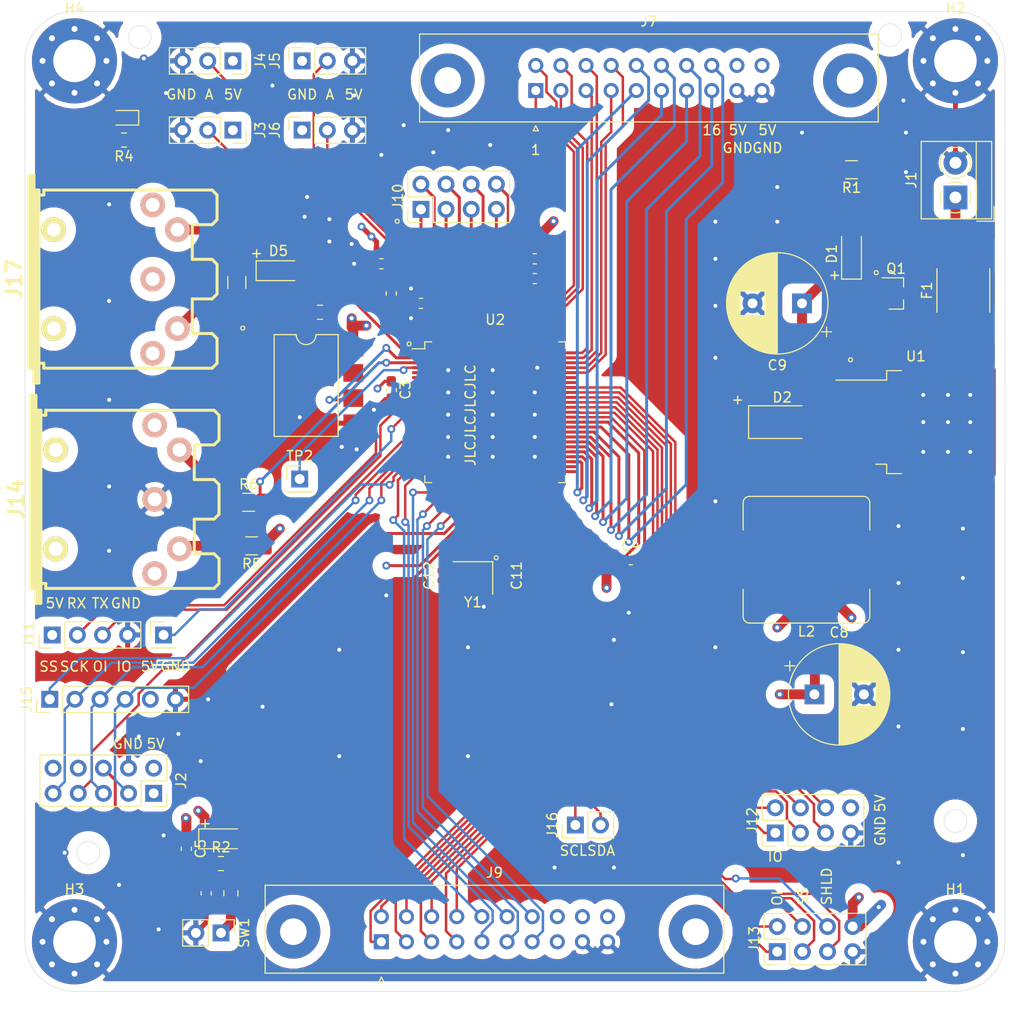
<source format=kicad_pcb>
(kicad_pcb (version 20171130) (host pcbnew "(5.1.4-0-10_14)")
  (layers (0 F.Cu signal) (1 In1.Cu power) (2 In2.Cu power) (31 B.Cu signal) (34 B.Paste user) (35 F.Paste user) (36 B.SilkS user) (37 F.SilkS user) (38 B.Mask user) (39 F.Mask user) (44 Edge.Cuts user))
  (net 0 "")
  (net 1 GND)
  (net 2 +5V)
  (net 3 +5VA)
  (net 4 "Net-(C9-Pad1)")
  (net 5 RESET)
  (net 6 "Net-(C11-Pad1)")
  (net 7 "Net-(C12-Pad1)")
  (net 8 "Net-(C13-Pad1)")
  (net 9 "Net-(D1-Pad2)")
  (net 10 "Net-(D2-Pad1)")
  (net 11 "Net-(D4-Pad2)")
  (net 12 "Net-(D5-Pad2)")
  (net 13 "Net-(D5-Pad1)")
  (net 14 VCC)
  (net 15 "Net-(F1-Pad1)")
  (net 16 SPI_SCK)
  (net 17 SPI_SS_ETH)
  (net 18 SPI_MOSI)
  (net 19 SPI_MISO)
  (net 20 ANALOG0)
  (net 21 ANALOG1)
  (net 22 ANALOG2)
  (net 23 ANALOG3)
  (net 24 BTN16)
  (net 25 BTN15)
  (net 26 BTN14)
  (net 27 BTN13)
  (net 28 BTN12)
  (net 29 BTN11)
  (net 30 BTN10)
  (net 31 BTN9)
  (net 32 BTN8)
  (net 33 BTN7)
  (net 34 BTN6)
  (net 35 BTN5)
  (net 36 BTN4)
  (net 37 BTN3)
  (net 38 BTN2)
  (net 39 BTN1)
  (net 40 "Net-(J9-Pad16)")
  (net 41 "Net-(J9-Pad15)")
  (net 42 SET_C)
  (net 43 SET_S)
  (net 44 SET_100_ADD)
  (net 45 SET_100_SUB)
  (net 46 SET_10_ADD)
  (net 47 SET_10_SUB)
  (net 48 SET8)
  (net 49 SET7)
  (net 50 SET6)
  (net 51 SET5)
  (net 52 SET4)
  (net 53 SET3)
  (net 54 SET2)
  (net 55 SET1)
  (net 56 ROW7)
  (net 57 ROW6)
  (net 58 ROW5)
  (net 59 ROW4)
  (net 60 ROW3)
  (net 61 ROW2)
  (net 62 ROW1)
  (net 63 ROW0)
  (net 64 USART2_TX)
  (net 65 USART2_RX)
  (net 66 MATRIX_SCAN_CLR)
  (net 67 MATRIX_SCAN_OE)
  (net 68 MATRIX_SCAN_SS)
  (net 69 MATRIX_SCAN_SCK)
  (net 70 MATRIX_SCAN_MOSI)
  (net 71 MATRIX_SCAN_MISO)
  (net 72 LINEAR_SCAN_SH_LD)
  (net 73 LINEAR_SCAN_CLK_INH)
  (net 74 LINEAR_SCAN_SS)
  (net 75 LINEAR_SCAN_SCK)
  (net 76 LINEAR_SCAN_MOSI)
  (net 77 LINEAR_SCAN_MISO)
  (net 78 "Net-(J14-Pad5)")
  (net 79 "Net-(J14-Pad1)")
  (net 80 "Net-(J14-Pad4)")
  (net 81 "Net-(J14-Pad3)")
  (net 82 SPI_SS_SD)
  (net 83 I2C_SDA)
  (net 84 I2C_SCL)
  (net 85 "Net-(J17-Pad1)")
  (net 86 "Net-(J17-Pad2)")
  (net 87 "Net-(J17-Pad4)")
  (net 88 "Net-(J17-Pad3)")
  (net 89 "Net-(R3-Pad1)")
  (net 90 STATUS_LED)
  (net 91 MIDI_TX)
  (net 92 "Net-(R8-Pad1)")
  (net 93 USART2_CK)
  (net 94 USART0_CK)
  (net 95 "Net-(U2-Pad93)")
  (net 96 "Net-(U2-Pad92)")
  (net 97 "Net-(U2-Pad91)")
  (net 98 "Net-(U2-Pad90)")
  (net 99 "Net-(U2-Pad79)")
  (net 100 "Net-(U2-Pad70)")
  (net 101 "Net-(U2-Pad69)")
  (net 102 "Net-(U2-Pad52)")
  (net 103 "Net-(U2-Pad51)")
  (net 104 "Net-(U2-Pad18)")
  (net 105 "Net-(U2-Pad17)")
  (net 106 "Net-(U2-Pad16)")
  (net 107 "Net-(U2-Pad15)")
  (net 108 "Net-(U2-Pad9)")
  (net 109 "Net-(U2-Pad8)")
  (net 110 "Net-(U2-Pad7)")
  (net 111 "Net-(U2-Pad6)")
  (net 112 "Net-(U2-Pad5)")
  (net 113 MIDI_RX)
  (net 114 "Net-(U3-Pad4)")
  (net 115 "Net-(U3-Pad1)")
  (net 116 "Net-(J2-Pad10)")
  (net 117 "Net-(J2-Pad8)")
  (net 118 "Net-(J2-Pad1)")
  (module Inductor_SMD:L_Bourns_SRR1260 (layer F.Cu) (at 90.95 67.4 180)
    (fp_text reference L2 (at 0 -7.25) (layer F.SilkS))
    (fp_text value 47uH)
    (pad 1 smd rect (at -4.85 0 180) (size 2.9 5.4) (layers F.Cu F.Paste F.Mask) (net 2 +5V))
    (pad 2 smd rect (at 4.85 0 180) (size 2.9 5.4) (layers F.Cu F.Paste F.Mask) (net 10 "Net-(D2-Pad1)"))
  )
  (module Resistor_SMD:R_1206_3216Metric_Pad1.42x1.75mm_HandSolder (layer F.Cu) (at 95.5 28 180)
    (fp_text reference R1 (at 0 -1.82) (layer F.SilkS))
    (fp_text value 220R)
    (pad 2 smd roundrect (at 1.4875 0 180) (size 1.425 1.75) (layers F.Cu F.Paste F.Mask) (roundrect_rratio 0.175439) (net 1 GND))
    (pad 1 smd roundrect (at -1.4875 0 180) (size 1.425 1.75) (layers F.Cu F.Paste F.Mask) (roundrect_rratio 0.175439) (net 9 "Net-(D1-Pad2)"))
  )
  (module Connector_PinHeader_2.54mm:PinHeader_1x01_P2.54mm_Vertical (layer F.Cu) (at 39.75 59.25)
    (fp_text reference TP2 (at 0 -2.33) (layer F.SilkS))
    (fp_text value MIDI_SCK_TP)
    (pad 1 thru_hole rect (at 0 0) (size 1.7 1.7) (drill 1) (layers *.Cu *.Mask) (net 94 USART0_CK))
  )
  (module Connector_PinHeader_2.54mm:PinHeader_1x01_P2.54mm_Vertical (layer F.Cu) (at 26 75)
    (fp_text reference TP1 hide)
    (fp_text value USART2_CK_TP)
    (pad 1 thru_hole rect (at 0 0) (size 1.7 1.7) (drill 1) (layers *.Cu *.Mask) (net 93 USART2_CK))
  )
  (module Package_DIP:SMDIP-8_W9.53mm (layer F.Cu) (at 40.4 49.8)
    (fp_text reference U3 hide)
    (fp_text value 6N138)
    (pad 8 smd rect (at 4.765 -3.81) (size 2 1.78) (layers F.Cu F.Paste F.Mask) (net 2 +5V))
    (pad 4 smd rect (at -4.765 3.81) (size 2 1.78) (layers F.Cu F.Paste F.Mask) (net 114 "Net-(U3-Pad4)"))
    (pad 7 smd rect (at 4.765 -1.27) (size 2 1.78) (layers F.Cu F.Paste F.Mask) (net 92 "Net-(R8-Pad1)"))
    (pad 3 smd rect (at -4.765 1.27) (size 2 1.78) (layers F.Cu F.Paste F.Mask) (net 12 "Net-(D5-Pad2)"))
    (pad 6 smd rect (at 4.765 1.27) (size 2 1.78) (layers F.Cu F.Paste F.Mask) (net 113 MIDI_RX))
    (pad 2 smd rect (at -4.765 -1.27) (size 2 1.78) (layers F.Cu F.Paste F.Mask) (net 13 "Net-(D5-Pad1)"))
    (pad 5 smd rect (at 4.765 3.81) (size 2 1.78) (layers F.Cu F.Paste F.Mask) (net 1 GND))
    (pad 1 smd rect (at -4.765 -3.81) (size 2 1.78) (layers F.Cu F.Paste F.Mask) (net 115 "Net-(U3-Pad1)"))
  )
  (module Crystal:Crystal_SMD_3225-4Pin_3.2x2.5mm (layer F.Cu) (at 57.25 69.25 180)
    (fp_text reference Y1 (at 0 -2.45) (layer F.SilkS))
    (fp_text value Crystal_GND24)
    (pad 4 smd rect (at -1.1 -0.85 180) (size 1.4 1.2) (layers F.Cu F.Paste F.Mask) (net 1 GND))
    (pad 3 smd rect (at 1.1 -0.85 180) (size 1.4 1.2) (layers F.Cu F.Paste F.Mask) (net 7 "Net-(C12-Pad1)"))
    (pad 2 smd rect (at 1.1 0.85 180) (size 1.4 1.2) (layers F.Cu F.Paste F.Mask) (net 1 GND))
    (pad 1 smd rect (at -1.1 0.85 180) (size 1.4 1.2) (layers F.Cu F.Paste F.Mask) (net 6 "Net-(C11-Pad1)"))
  )
  (module Package_QFP:TQFP-100_14x14mm_P0.5mm (layer F.Cu) (at 59.5 52.5)
    (fp_text reference U2 (at 0 -9.35) (layer F.SilkS))
    (fp_text value ATmega2560-16AU)
    (pad 100 smd roundrect (at -6 -7.6625) (size 0.3 1.475) (layers F.Cu F.Paste F.Mask) (net 3 +5VA))
    (pad 99 smd roundrect (at -5.5 -7.6625) (size 0.3 1.475) (layers F.Cu F.Paste F.Mask) (net 1 GND))
    (pad 98 smd roundrect (at -5 -7.6625) (size 0.3 1.475) (layers F.Cu F.Paste F.Mask) (net 8 "Net-(C13-Pad1)"))
    (pad 97 smd roundrect (at -4.5 -7.6625) (size 0.3 1.475) (layers F.Cu F.Paste F.Mask) (net 20 ANALOG0))
    (pad 96 smd roundrect (at -4 -7.6625) (size 0.3 1.475) (layers F.Cu F.Paste F.Mask) (net 21 ANALOG1))
    (pad 95 smd roundrect (at -3.5 -7.6625) (size 0.3 1.475) (layers F.Cu F.Paste F.Mask) (net 22 ANALOG2))
    (pad 94 smd roundrect (at -3 -7.6625) (size 0.3 1.475) (layers F.Cu F.Paste F.Mask) (net 23 ANALOG3))
    (pad 93 smd roundrect (at -2.5 -7.6625) (size 0.3 1.475) (layers F.Cu F.Paste F.Mask) (net 95 "Net-(U2-Pad93)"))
    (pad 92 smd roundrect (at -2 -7.6625) (size 0.3 1.475) (layers F.Cu F.Paste F.Mask) (net 96 "Net-(U2-Pad92)"))
    (pad 91 smd roundrect (at -1.5 -7.6625) (size 0.3 1.475) (layers F.Cu F.Paste F.Mask) (net 97 "Net-(U2-Pad91)"))
    (pad 90 smd roundrect (at -1 -7.6625) (size 0.3 1.475) (layers F.Cu F.Paste F.Mask) (net 98 "Net-(U2-Pad90)"))
    (pad 89 smd roundrect (at -0.5 -7.6625) (size 0.3 1.475) (layers F.Cu F.Paste F.Mask) (net 63 ROW0))
    (pad 88 smd roundrect (at 0 -7.6625) (size 0.3 1.475) (layers F.Cu F.Paste F.Mask) (net 62 ROW1))
    (pad 87 smd roundrect (at 0.5 -7.6625) (size 0.3 1.475) (layers F.Cu F.Paste F.Mask) (net 61 ROW2))
    (pad 86 smd roundrect (at 1 -7.6625) (size 0.3 1.475) (layers F.Cu F.Paste F.Mask) (net 60 ROW3))
    (pad 85 smd roundrect (at 1.5 -7.6625) (size 0.3 1.475) (layers F.Cu F.Paste F.Mask) (net 59 ROW4))
    (pad 84 smd roundrect (at 2 -7.6625) (size 0.3 1.475) (layers F.Cu F.Paste F.Mask) (net 58 ROW5))
    (pad 83 smd roundrect (at 2.5 -7.6625) (size 0.3 1.475) (layers F.Cu F.Paste F.Mask) (net 57 ROW6))
    (pad 82 smd roundrect (at 3 -7.6625) (size 0.3 1.475) (layers F.Cu F.Paste F.Mask) (net 56 ROW7))
    (pad 81 smd roundrect (at 3.5 -7.6625) (size 0.3 1.475) (layers F.Cu F.Paste F.Mask) (net 1 GND))
    (pad 80 smd roundrect (at 4 -7.6625) (size 0.3 1.475) (layers F.Cu F.Paste F.Mask) (net 2 +5V))
    (pad 79 smd roundrect (at 4.5 -7.6625) (size 0.3 1.475) (layers F.Cu F.Paste F.Mask) (net 99 "Net-(U2-Pad79)"))
    (pad 78 smd roundrect (at 5 -7.6625) (size 0.3 1.475) (layers F.Cu F.Paste F.Mask) (net 39 BTN1))
    (pad 77 smd roundrect (at 5.5 -7.6625) (size 0.3 1.475) (layers F.Cu F.Paste F.Mask) (net 38 BTN2))
    (pad 76 smd roundrect (at 6 -7.6625) (size 0.3 1.475) (layers F.Cu F.Paste F.Mask) (net 37 BTN3))
    (pad 75 smd roundrect (at 7.6625 -6) (size 1.475 0.3) (layers F.Cu F.Paste F.Mask) (net 36 BTN4))
    (pad 74 smd roundrect (at 7.6625 -5.5) (size 1.475 0.3) (layers F.Cu F.Paste F.Mask) (net 35 BTN5))
    (pad 73 smd roundrect (at 7.6625 -5) (size 1.475 0.3) (layers F.Cu F.Paste F.Mask) (net 34 BTN6))
    (pad 72 smd roundrect (at 7.6625 -4.5) (size 1.475 0.3) (layers F.Cu F.Paste F.Mask) (net 33 BTN7))
    (pad 71 smd roundrect (at 7.6625 -4) (size 1.475 0.3) (layers F.Cu F.Paste F.Mask) (net 32 BTN8))
    (pad 70 smd roundrect (at 7.6625 -3.5) (size 1.475 0.3) (layers F.Cu F.Paste F.Mask) (net 100 "Net-(U2-Pad70)"))
    (pad 69 smd roundrect (at 7.6625 -3) (size 1.475 0.3) (layers F.Cu F.Paste F.Mask) (net 101 "Net-(U2-Pad69)"))
    (pad 68 smd roundrect (at 7.6625 -2.5) (size 1.475 0.3) (layers F.Cu F.Paste F.Mask) (net 66 MATRIX_SCAN_CLR))
    (pad 67 smd roundrect (at 7.6625 -2) (size 1.475 0.3) (layers F.Cu F.Paste F.Mask) (net 67 MATRIX_SCAN_OE))
    (pad 66 smd roundrect (at 7.6625 -1.5) (size 1.475 0.3) (layers F.Cu F.Paste F.Mask) (net 68 MATRIX_SCAN_SS))
    (pad 65 smd roundrect (at 7.6625 -1) (size 1.475 0.3) (layers F.Cu F.Paste F.Mask) (net 69 MATRIX_SCAN_SCK))
    (pad 64 smd roundrect (at 7.6625 -0.5) (size 1.475 0.3) (layers F.Cu F.Paste F.Mask) (net 70 MATRIX_SCAN_MOSI))
    (pad 63 smd roundrect (at 7.6625 0) (size 1.475 0.3) (layers F.Cu F.Paste F.Mask) (net 71 MATRIX_SCAN_MISO))
    (pad 62 smd roundrect (at 7.6625 0.5) (size 1.475 0.3) (layers F.Cu F.Paste F.Mask) (net 1 GND))
    (pad 61 smd roundrect (at 7.6625 1) (size 1.475 0.3) (layers F.Cu F.Paste F.Mask) (net 2 +5V))
    (pad 60 smd roundrect (at 7.6625 1.5) (size 1.475 0.3) (layers F.Cu F.Paste F.Mask) (net 24 BTN16))
    (pad 59 smd roundrect (at 7.6625 2) (size 1.475 0.3) (layers F.Cu F.Paste F.Mask) (net 25 BTN15))
    (pad 58 smd roundrect (at 7.6625 2.5) (size 1.475 0.3) (layers F.Cu F.Paste F.Mask) (net 26 BTN14))
    (pad 57 smd roundrect (at 7.6625 3) (size 1.475 0.3) (layers F.Cu F.Paste F.Mask) (net 27 BTN13))
    (pad 56 smd roundrect (at 7.6625 3.5) (size 1.475 0.3) (layers F.Cu F.Paste F.Mask) (net 28 BTN12))
    (pad 55 smd roundrect (at 7.6625 4) (size 1.475 0.3) (layers F.Cu F.Paste F.Mask) (net 29 BTN11))
    (pad 54 smd roundrect (at 7.6625 4.5) (size 1.475 0.3) (layers F.Cu F.Paste F.Mask) (net 30 BTN10))
    (pad 53 smd roundrect (at 7.6625 5) (size 1.475 0.3) (layers F.Cu F.Paste F.Mask) (net 31 BTN9))
    (pad 52 smd roundrect (at 7.6625 5.5) (size 1.475 0.3) (layers F.Cu F.Paste F.Mask) (net 102 "Net-(U2-Pad52)"))
    (pad 51 smd roundrect (at 7.6625 6) (size 1.475 0.3) (layers F.Cu F.Paste F.Mask) (net 103 "Net-(U2-Pad51)"))
    (pad 50 smd roundrect (at 6 7.6625) (size 0.3 1.475) (layers F.Cu F.Paste F.Mask) (net 72 LINEAR_SCAN_SH_LD))
    (pad 49 smd roundrect (at 5.5 7.6625) (size 0.3 1.475) (layers F.Cu F.Paste F.Mask) (net 73 LINEAR_SCAN_CLK_INH))
    (pad 48 smd roundrect (at 5 7.6625) (size 0.3 1.475) (layers F.Cu F.Paste F.Mask) (net 75 LINEAR_SCAN_SCK))
    (pad 47 smd roundrect (at 4.5 7.6625) (size 0.3 1.475) (layers F.Cu F.Paste F.Mask) (net 74 LINEAR_SCAN_SS))
    (pad 46 smd roundrect (at 4 7.6625) (size 0.3 1.475) (layers F.Cu F.Paste F.Mask) (net 76 LINEAR_SCAN_MOSI))
    (pad 45 smd roundrect (at 3.5 7.6625) (size 0.3 1.475) (layers F.Cu F.Paste F.Mask) (net 77 LINEAR_SCAN_MISO))
    (pad 44 smd roundrect (at 3 7.6625) (size 0.3 1.475) (layers F.Cu F.Paste F.Mask) (net 83 I2C_SDA))
    (pad 43 smd roundrect (at 2.5 7.6625) (size 0.3 1.475) (layers F.Cu F.Paste F.Mask) (net 84 I2C_SCL))
    (pad 42 smd roundrect (at 2 7.6625) (size 0.3 1.475) (layers F.Cu F.Paste F.Mask) (net 48 SET8))
    (pad 41 smd roundrect (at 1.5 7.6625) (size 0.3 1.475) (layers F.Cu F.Paste F.Mask) (net 49 SET7))
    (pad 40 smd roundrect (at 1 7.6625) (size 0.3 1.475) (layers F.Cu F.Paste F.Mask) (net 50 SET6))
    (pad 39 smd roundrect (at 0.5 7.6625) (size 0.3 1.475) (layers F.Cu F.Paste F.Mask) (net 51 SET5))
    (pad 38 smd roundrect (at 0 7.6625) (size 0.3 1.475) (layers F.Cu F.Paste F.Mask) (net 52 SET4))
    (pad 37 smd roundrect (at -0.5 7.6625) (size 0.3 1.475) (layers F.Cu F.Paste F.Mask) (net 53 SET3))
    (pad 36 smd roundrect (at -1 7.6625) (size 0.3 1.475) (layers F.Cu F.Paste F.Mask) (net 54 SET2))
    (pad 35 smd roundrect (at -1.5 7.6625) (size 0.3 1.475) (layers F.Cu F.Paste F.Mask) (net 55 SET1))
    (pad 34 smd roundrect (at -2 7.6625) (size 0.3 1.475) (layers F.Cu F.Paste F.Mask) (net 6 "Net-(C11-Pad1)"))
    (pad 33 smd roundrect (at -2.5 7.6625) (size 0.3 1.475) (layers F.Cu F.Paste F.Mask) (net 7 "Net-(C12-Pad1)"))
    (pad 32 smd roundrect (at -3 7.6625) (size 0.3 1.475) (layers F.Cu F.Paste F.Mask) (net 1 GND))
    (pad 31 smd roundrect (at -3.5 7.6625) (size 0.3 1.475) (layers F.Cu F.Paste F.Mask) (net 2 +5V))
    (pad 30 smd roundrect (at -4 7.6625) (size 0.3 1.475) (layers F.Cu F.Paste F.Mask) (net 5 RESET))
    (pad 29 smd roundrect (at -4.5 7.6625) (size 0.3 1.475) (layers F.Cu F.Paste F.Mask) (net 43 SET_S))
    (pad 28 smd roundrect (at -5 7.6625) (size 0.3 1.475) (layers F.Cu F.Paste F.Mask) (net 42 SET_C))
    (pad 27 smd roundrect (at -5.5 7.6625) (size 0.3 1.475) (layers F.Cu F.Paste F.Mask) (net 44 SET_100_ADD))
    (pad 26 smd roundrect (at -6 7.6625) (size 0.3 1.475) (layers F.Cu F.Paste F.Mask) (net 45 SET_100_SUB))
    (pad 25 smd roundrect (at -7.6625 6) (size 1.475 0.3) (layers F.Cu F.Paste F.Mask) (net 46 SET_10_ADD))
    (pad 24 smd roundrect (at -7.6625 5.5) (size 1.475 0.3) (layers F.Cu F.Paste F.Mask) (net 47 SET_10_SUB))
    (pad 23 smd roundrect (at -7.6625 5) (size 1.475 0.3) (layers F.Cu F.Paste F.Mask) (net 82 SPI_SS_SD))
    (pad 22 smd roundrect (at -7.6625 4.5) (size 1.475 0.3) (layers F.Cu F.Paste F.Mask) (net 19 SPI_MISO))
    (pad 21 smd roundrect (at -7.6625 4) (size 1.475 0.3) (layers F.Cu F.Paste F.Mask) (net 18 SPI_MOSI))
    (pad 20 smd roundrect (at -7.6625 3.5) (size 1.475 0.3) (layers F.Cu F.Paste F.Mask) (net 16 SPI_SCK))
    (pad 19 smd roundrect (at -7.6625 3) (size 1.475 0.3) (layers F.Cu F.Paste F.Mask) (net 17 SPI_SS_ETH))
    (pad 18 smd roundrect (at -7.6625 2.5) (size 1.475 0.3) (layers F.Cu F.Paste F.Mask) (net 104 "Net-(U2-Pad18)"))
    (pad 17 smd roundrect (at -7.6625 2) (size 1.475 0.3) (layers F.Cu F.Paste F.Mask) (net 105 "Net-(U2-Pad17)"))
    (pad 16 smd roundrect (at -7.6625 1.5) (size 1.475 0.3) (layers F.Cu F.Paste F.Mask) (net 106 "Net-(U2-Pad16)"))
    (pad 15 smd roundrect (at -7.6625 1) (size 1.475 0.3) (layers F.Cu F.Paste F.Mask) (net 107 "Net-(U2-Pad15)"))
    (pad 14 smd roundrect (at -7.6625 0.5) (size 1.475 0.3) (layers F.Cu F.Paste F.Mask) (net 93 USART2_CK))
    (pad 13 smd roundrect (at -7.6625 0) (size 1.475 0.3) (layers F.Cu F.Paste F.Mask) (net 64 USART2_TX))
    (pad 12 smd roundrect (at -7.6625 -0.5) (size 1.475 0.3) (layers F.Cu F.Paste F.Mask) (net 65 USART2_RX))
    (pad 11 smd roundrect (at -7.6625 -1) (size 1.475 0.3) (layers F.Cu F.Paste F.Mask) (net 1 GND))
    (pad 10 smd roundrect (at -7.6625 -1.5) (size 1.475 0.3) (layers F.Cu F.Paste F.Mask) (net 2 +5V))
    (pad 9 smd roundrect (at -7.6625 -2) (size 1.475 0.3) (layers F.Cu F.Paste F.Mask) (net 108 "Net-(U2-Pad9)"))
    (pad 8 smd roundrect (at -7.6625 -2.5) (size 1.475 0.3) (layers F.Cu F.Paste F.Mask) (net 109 "Net-(U2-Pad8)"))
    (pad 7 smd roundrect (at -7.6625 -3) (size 1.475 0.3) (layers F.Cu F.Paste F.Mask) (net 110 "Net-(U2-Pad7)"))
    (pad 6 smd roundrect (at -7.6625 -3.5) (size 1.475 0.3) (layers F.Cu F.Paste F.Mask) (net 111 "Net-(U2-Pad6)"))
    (pad 5 smd roundrect (at -7.6625 -4) (size 1.475 0.3) (layers F.Cu F.Paste F.Mask) (net 112 "Net-(U2-Pad5)"))
    (pad 4 smd roundrect (at -7.6625 -4.5) (size 1.475 0.3) (layers F.Cu F.Paste F.Mask) (net 94 USART0_CK))
    (pad 3 smd roundrect (at -7.6625 -5) (size 1.475 0.3) (layers F.Cu F.Paste F.Mask) (net 91 MIDI_TX))
    (pad 2 smd roundrect (at -7.6625 -5.5) (size 1.475 0.3) (layers F.Cu F.Paste F.Mask) (net 113 MIDI_RX))
    (pad 1 smd roundrect (at -7.6625 -6) (size 1.475 0.3) (layers F.Cu F.Paste F.Mask) (net 90 STATUS_LED))
  )
  (module Package_TO_SOT_SMD:TO-263-5_TabPin3 (layer F.Cu) (at 102 53.5)
    (fp_text reference U1 (at 0 -6.65) (layer F.SilkS))
    (fp_text value LM2596S-5)
    (pad 3 smd rect (at 3.375 0) (size 9.4 10.8) (layers F.Cu F.Mask) (net 1 GND))
    (pad 5 smd rect (at -5.775 3.4) (size 4.6 1.1) (layers F.Cu F.Paste F.Mask) (net 1 GND))
    (pad 4 smd rect (at -5.775 1.7) (size 4.6 1.1) (layers F.Cu F.Paste F.Mask) (net 2 +5V))
    (pad 3 smd rect (at -5.775 0) (size 4.6 1.1) (layers F.Cu F.Paste F.Mask) (net 1 GND))
    (pad 2 smd rect (at -5.775 -1.7) (size 4.6 1.1) (layers F.Cu F.Paste F.Mask) (net 10 "Net-(D2-Pad1)"))
    (pad 1 smd rect (at -5.775 -3.4) (size 4.6 1.1) (layers F.Cu F.Paste F.Mask) (net 4 "Net-(C9-Pad1)"))
  )
  (module Connector_PinHeader_2.54mm:PinHeader_1x02_P2.54mm_Vertical (layer F.Cu) (at 31.8 105.1 270)
    (fp_text reference SW1 (at 0 -2.33 90) (layer F.SilkS))
    (fp_text value SW_Push)
    (pad 2 thru_hole oval (at 0 2.54 270) (size 1.7 1.7) (drill 1) (layers *.Cu *.Mask) (net 1 GND))
    (pad 1 thru_hole rect (at 0 0 270) (size 1.7 1.7) (drill 1) (layers *.Cu *.Mask) (net 89 "Net-(R3-Pad1)"))
  )
  (module Resistor_SMD:R_0805_2012Metric (layer F.Cu) (at 41.8 42.4 180)
    (fp_text reference R8 hide)
    (fp_text value 1K)
    (pad 2 smd roundrect (at 0.9375 0 180) (size 0.975 1.4) (layers F.Cu F.Paste F.Mask) (net 1 GND))
    (pad 1 smd roundrect (at -0.9375 0 180) (size 0.975 1.4) (layers F.Cu F.Paste F.Mask) (net 92 "Net-(R8-Pad1)"))
  )
  (module Resistor_SMD:R_1206_3216Metric (layer F.Cu) (at 33.4 39.4 90)
    (fp_text reference R7 hide)
    (fp_text value 220R)
    (pad 2 smd roundrect (at 1.4 0 90) (size 1.25 1.75) (layers F.Cu F.Paste F.Mask) (roundrect_rratio 0.2) (net 13 "Net-(D5-Pad1)"))
    (pad 1 smd roundrect (at -1.4 0 90) (size 1.25 1.75) (layers F.Cu F.Paste F.Mask) (roundrect_rratio 0.2) (net 87 "Net-(J17-Pad4)"))
  )
  (module Resistor_SMD:R_1206_3216Metric (layer F.Cu) (at 34.6 61.6)
    (fp_text reference R6 (at 0 -1.82) (layer F.SilkS))
    (fp_text value 220R)
    (pad 2 smd roundrect (at 1.4 0) (size 1.25 1.75) (layers F.Cu F.Paste F.Mask) (roundrect_rratio 0.2) (net 91 MIDI_TX))
    (pad 1 smd roundrect (at -1.4 0) (size 1.25 1.75) (layers F.Cu F.Paste F.Mask) (roundrect_rratio 0.2) (net 78 "Net-(J14-Pad5)"))
  )
  (module Resistor_SMD:R_1206_3216Metric (layer F.Cu) (at 34.9 66 180)
    (fp_text reference R5 (at 0 -1.82) (layer F.SilkS))
    (fp_text value 220R)
    (pad 2 smd roundrect (at 1.4 0 180) (size 1.25 1.75) (layers F.Cu F.Paste F.Mask) (roundrect_rratio 0.2) (net 80 "Net-(J14-Pad4)"))
    (pad 1 smd roundrect (at -1.4 0 180) (size 1.25 1.75) (layers F.Cu F.Paste F.Mask) (roundrect_rratio 0.2) (net 2 +5V))
  )
  (module Resistor_SMD:R_0805_2012Metric (layer F.Cu) (at 22 25 180)
    (fp_text reference R4 (at 0 -1.65) (layer F.SilkS))
    (fp_text value 1K)
    (pad 2 smd roundrect (at 0.9375 0 180) (size 0.975 1.4) (layers F.Cu F.Paste F.Mask) (net 11 "Net-(D4-Pad2)"))
    (pad 1 smd roundrect (at -0.9375 0 180) (size 0.975 1.4) (layers F.Cu F.Paste F.Mask) (net 90 STATUS_LED))
  )
  (module Resistor_SMD:R_0805_2012Metric (layer F.Cu) (at 32.8 101.1 90)
    (fp_text reference R3 hide)
    (fp_text value 10k)
    (pad 2 smd roundrect (at 0.9375 0 90) (size 0.975 1.4) (layers F.Cu F.Paste F.Mask) (net 5 RESET))
    (pad 1 smd roundrect (at -0.9375 0 90) (size 0.975 1.4) (layers F.Cu F.Paste F.Mask) (net 89 "Net-(R3-Pad1)"))
  )
  (module Resistor_SMD:R_0805_2012Metric (layer F.Cu) (at 31.8 98.1)
    (fp_text reference R2 (at 0 -1.65) (layer F.SilkS))
    (fp_text value 10k)
    (pad 2 smd roundrect (at 0.9375 0) (size 0.975 1.4) (layers F.Cu F.Paste F.Mask) (net 5 RESET))
    (pad 1 smd roundrect (at -0.9375 0) (size 0.975 1.4) (layers F.Cu F.Paste F.Mask) (net 2 +5V))
  )
  (module Package_TO_SOT_SMD:SOT-23 (layer F.Cu) (at 100 40.5)
    (fp_text reference Q1 (at 0 -2.5) (layer F.SilkS))
    (fp_text value AO3401A)
    (pad 3 smd rect (at 1 0) (size 0.9 0.8) (layers F.Cu F.Paste F.Mask) (net 15 "Net-(F1-Pad1)"))
    (pad 2 smd rect (at -1 0.95) (size 0.9 0.8) (layers F.Cu F.Paste F.Mask) (net 4 "Net-(C9-Pad1)"))
    (pad 1 smd rect (at -1 -0.95) (size 0.9 0.8) (layers F.Cu F.Paste F.Mask) (net 9 "Net-(D1-Pad2)"))
  )
  (module Inductor_SMD:L_0402_1005Metric (layer F.Cu) (at 48 36 180)
    (fp_text reference L1 hide)
    (fp_text value 39n)
    (pad 2 smd roundrect (at 0.485 0 180) (size 0.59 0.64) (layers F.Cu F.Paste F.Mask) (net 2 +5V))
    (pad 1 smd roundrect (at -0.485 0 180) (size 0.59 0.64) (layers F.Cu F.Paste F.Mask) (net 3 +5VA))
  )
  (module Eurocad:MIDI_DIN5 (layer F.Cu) (at 21.9 39.05 270)
    (fp_text reference J17 (at 0 11.00074 90) (layer F.SilkS) (effects (font (size 1.524 1.524) (thickness 0.3048))))
    (fp_text value DIN-5_180degree hide)
    (pad "" np_thru_hole circle (at -5.00126 6.9977 270) (size 2.49936 2.49936) (drill 1.397) (layers *.Cu *.Mask F.SilkS))
    (pad "" np_thru_hole circle (at 5.00126 6.9977 270) (size 2.49936 2.49936) (drill 1.397) (layers *.Cu *.Mask F.SilkS))
    (pad 5 thru_hole circle (at -4.99618 -5.4991 270) (size 2.49936 2.49936) (drill 1.397) (layers *.Cu *.SilkS *.Mask) (net 12 "Net-(D5-Pad2)"))
    (pad 1 thru_hole circle (at 7.49808 -2.9972 270) (size 2.49936 2.49936) (drill 1.397) (layers *.Cu *.SilkS *.Mask) (net 85 "Net-(J17-Pad1)"))
    (pad 2 thru_hole circle (at 0 -2.99974 270) (size 2.49936 2.49936) (drill 1.397) (layers *.Cu *.SilkS *.Mask) (net 86 "Net-(J17-Pad2)"))
    (pad 4 thru_hole circle (at 4.99618 -5.4991 270) (size 2.49936 2.49936) (drill 1.397) (layers *.Cu *.SilkS *.Mask) (net 87 "Net-(J17-Pad4)"))
    (pad 3 thru_hole circle (at -7.49808 -2.9972 270) (size 2.49936 2.49936) (drill 1.397) (layers *.Cu *.SilkS *.Mask) (net 88 "Net-(J17-Pad3)"))
  )
  (module Connector_PinHeader_2.54mm:PinHeader_1x02_P2.54mm_Vertical (layer F.Cu) (at 67.6 94.2 90)
    (fp_text reference J16 (at 0 -2.33 90) (layer F.SilkS))
    (fp_text value Conn_01x02)
    (pad 2 thru_hole oval (at 0 2.54 90) (size 1.7 1.7) (drill 1) (layers *.Cu *.Mask) (net 83 I2C_SDA))
    (pad 1 thru_hole rect (at 0 0 90) (size 1.7 1.7) (drill 1) (layers *.Cu *.Mask) (net 84 I2C_SCL))
  )
  (module Connector_PinHeader_2.54mm:PinHeader_1x06_P2.54mm_Vertical (layer F.Cu) (at 14.5 81.5 90)
    (fp_text reference J15 (at 0 -2.33 90) (layer F.SilkS))
    (fp_text value Conn_01x06)
    (pad 6 thru_hole oval (at 0 12.7 90) (size 1.7 1.7) (drill 1) (layers *.Cu *.Mask) (net 1 GND))
    (pad 5 thru_hole oval (at 0 10.16 90) (size 1.7 1.7) (drill 1) (layers *.Cu *.Mask) (net 2 +5V))
    (pad 4 thru_hole oval (at 0 7.62 90) (size 1.7 1.7) (drill 1) (layers *.Cu *.Mask) (net 19 SPI_MISO))
    (pad 3 thru_hole oval (at 0 5.08 90) (size 1.7 1.7) (drill 1) (layers *.Cu *.Mask) (net 18 SPI_MOSI))
    (pad 2 thru_hole oval (at 0 2.54 90) (size 1.7 1.7) (drill 1) (layers *.Cu *.Mask) (net 16 SPI_SCK))
    (pad 1 thru_hole rect (at 0 0 90) (size 1.7 1.7) (drill 1) (layers *.Cu *.Mask) (net 82 SPI_SS_SD))
  )
  (module Eurocad:MIDI_DIN5 (layer F.Cu) (at 22.1 61.3 270)
    (fp_text reference J14 (at 0 11.00074 90) (layer F.SilkS) (effects (font (size 1.524 1.524) (thickness 0.3048))))
    (fp_text value DIN-5_180degree hide)
    (pad "" np_thru_hole circle (at -5.00126 6.9977 270) (size 2.49936 2.49936) (drill 1.397) (layers *.Cu *.Mask F.SilkS))
    (pad "" np_thru_hole circle (at 5.00126 6.9977 270) (size 2.49936 2.49936) (drill 1.397) (layers *.Cu *.Mask F.SilkS))
    (pad 5 thru_hole circle (at -4.99618 -5.4991 270) (size 2.49936 2.49936) (drill 1.397) (layers *.Cu *.SilkS *.Mask) (net 78 "Net-(J14-Pad5)"))
    (pad 1 thru_hole circle (at 7.49808 -2.9972 270) (size 2.49936 2.49936) (drill 1.397) (layers *.Cu *.SilkS *.Mask) (net 79 "Net-(J14-Pad1)"))
    (pad 2 thru_hole circle (at 0 -2.99974 270) (size 2.49936 2.49936) (drill 1.397) (layers *.Cu *.SilkS *.Mask) (net 1 GND))
    (pad 4 thru_hole circle (at 4.99618 -5.4991 270) (size 2.49936 2.49936) (drill 1.397) (layers *.Cu *.SilkS *.Mask) (net 80 "Net-(J14-Pad4)"))
    (pad 3 thru_hole circle (at -7.49808 -2.9972 270) (size 2.49936 2.49936) (drill 1.397) (layers *.Cu *.SilkS *.Mask) (net 81 "Net-(J14-Pad3)"))
  )
  (module Connector_PinHeader_2.54mm:PinHeader_2x04_P2.54mm_Vertical (layer F.Cu) (at 88 107 90)
    (fp_text reference J13 (at 1.27 -2.33 90) (layer F.SilkS))
    (fp_text value Conn_02x04_Odd_Even)
    (pad 8 thru_hole oval (at 2.54 7.62 90) (size 1.7 1.7) (drill 1) (layers *.Cu *.Mask) (net 2 +5V))
    (pad 7 thru_hole oval (at 0 7.62 90) (size 1.7 1.7) (drill 1) (layers *.Cu *.Mask) (net 1 GND))
    (pad 6 thru_hole oval (at 2.54 5.08 90) (size 1.7 1.7) (drill 1) (layers *.Cu *.Mask) (net 72 LINEAR_SCAN_SH_LD))
    (pad 5 thru_hole oval (at 0 5.08 90) (size 1.7 1.7) (drill 1) (layers *.Cu *.Mask) (net 73 LINEAR_SCAN_CLK_INH))
    (pad 4 thru_hole oval (at 2.54 2.54 90) (size 1.7 1.7) (drill 1) (layers *.Cu *.Mask) (net 74 LINEAR_SCAN_SS))
    (pad 3 thru_hole oval (at 0 2.54 90) (size 1.7 1.7) (drill 1) (layers *.Cu *.Mask) (net 75 LINEAR_SCAN_SCK))
    (pad 2 thru_hole oval (at 2.54 0 90) (size 1.7 1.7) (drill 1) (layers *.Cu *.Mask) (net 76 LINEAR_SCAN_MOSI))
    (pad 1 thru_hole rect (at 0 0 90) (size 1.7 1.7) (drill 1) (layers *.Cu *.Mask) (net 77 LINEAR_SCAN_MISO))
  )
  (module Connector_PinHeader_2.54mm:PinHeader_2x04_P2.54mm_Vertical (layer F.Cu) (at 87.8 95 90)
    (fp_text reference J12 (at 1.27 -2.33 90) (layer F.SilkS))
    (fp_text value Conn_02x04_Odd_Even)
    (pad 8 thru_hole oval (at 2.54 7.62 90) (size 1.7 1.7) (drill 1) (layers *.Cu *.Mask) (net 2 +5V))
    (pad 7 thru_hole oval (at 0 7.62 90) (size 1.7 1.7) (drill 1) (layers *.Cu *.Mask) (net 1 GND))
    (pad 6 thru_hole oval (at 2.54 5.08 90) (size 1.7 1.7) (drill 1) (layers *.Cu *.Mask) (net 66 MATRIX_SCAN_CLR))
    (pad 5 thru_hole oval (at 0 5.08 90) (size 1.7 1.7) (drill 1) (layers *.Cu *.Mask) (net 67 MATRIX_SCAN_OE))
    (pad 4 thru_hole oval (at 2.54 2.54 90) (size 1.7 1.7) (drill 1) (layers *.Cu *.Mask) (net 68 MATRIX_SCAN_SS))
    (pad 3 thru_hole oval (at 0 2.54 90) (size 1.7 1.7) (drill 1) (layers *.Cu *.Mask) (net 69 MATRIX_SCAN_SCK))
    (pad 2 thru_hole oval (at 2.54 0 90) (size 1.7 1.7) (drill 1) (layers *.Cu *.Mask) (net 70 MATRIX_SCAN_MOSI))
    (pad 1 thru_hole rect (at 0 0 90) (size 1.7 1.7) (drill 1) (layers *.Cu *.Mask) (net 71 MATRIX_SCAN_MISO))
  )
  (module Connector_PinHeader_2.54mm:PinHeader_1x04_P2.54mm_Vertical (layer F.Cu) (at 14.75 75 90)
    (fp_text reference J11 (at 0 -2.33 90) (layer F.SilkS))
    (fp_text value Conn_01x04)
    (pad 4 thru_hole oval (at 0 7.62 90) (size 1.7 1.7) (drill 1) (layers *.Cu *.Mask) (net 1 GND))
    (pad 3 thru_hole oval (at 0 5.08 90) (size 1.7 1.7) (drill 1) (layers *.Cu *.Mask) (net 64 USART2_TX))
    (pad 2 thru_hole oval (at 0 2.54 90) (size 1.7 1.7) (drill 1) (layers *.Cu *.Mask) (net 65 USART2_RX))
    (pad 1 thru_hole rect (at 0 0 90) (size 1.7 1.7) (drill 1) (layers *.Cu *.Mask) (net 2 +5V))
  )
  (module Connector_PinHeader_2.54mm:PinHeader_2x04_P2.54mm_Vertical (layer F.Cu) (at 52 32 90)
    (fp_text reference J10 (at 1.27 -2.33 90) (layer F.SilkS))
    (fp_text value Conn_02x04_Odd_Even)
    (pad 8 thru_hole oval (at 2.54 7.62 90) (size 1.7 1.7) (drill 1) (layers *.Cu *.Mask) (net 56 ROW7))
    (pad 7 thru_hole oval (at 0 7.62 90) (size 1.7 1.7) (drill 1) (layers *.Cu *.Mask) (net 57 ROW6))
    (pad 6 thru_hole oval (at 2.54 5.08 90) (size 1.7 1.7) (drill 1) (layers *.Cu *.Mask) (net 58 ROW5))
    (pad 5 thru_hole oval (at 0 5.08 90) (size 1.7 1.7) (drill 1) (layers *.Cu *.Mask) (net 59 ROW4))
    (pad 4 thru_hole oval (at 2.54 2.54 90) (size 1.7 1.7) (drill 1) (layers *.Cu *.Mask) (net 60 ROW3))
    (pad 3 thru_hole oval (at 0 2.54 90) (size 1.7 1.7) (drill 1) (layers *.Cu *.Mask) (net 61 ROW2))
    (pad 2 thru_hole oval (at 2.54 0 90) (size 1.7 1.7) (drill 1) (layers *.Cu *.Mask) (net 62 ROW1))
    (pad 1 thru_hole rect (at 0 0 90) (size 1.7 1.7) (drill 1) (layers *.Cu *.Mask) (net 63 ROW0))
  )
  (module Connector_IDC:IDC-Header_2x10_P2.54mm_Vertical_Lock (layer F.Cu) (at 48 106 90)
    (fp_text reference J9 (at 6.98 11.43 180) (layer F.SilkS))
    (fp_text value Conn_02x10_Odd_Even)
    (pad "" thru_hole circle (at 1.02 31.75) (size 5.46 5.46) (drill 2.69) (layers *.Cu *.Mask))
    (pad "" thru_hole circle (at 1.02 -8.89) (size 5.46 5.46) (drill 2.69) (layers *.Cu *.Mask))
    (pad 20 thru_hole circle (at 2.54 22.86) (size 1.52 1.52) (drill 0.91) (layers *.Cu *.Mask) (net 2 +5V))
    (pad 19 thru_hole circle (at 0 22.86) (size 1.52 1.52) (drill 0.91) (layers *.Cu *.Mask) (net 1 GND))
    (pad 18 thru_hole circle (at 2.54 20.32) (size 1.52 1.52) (drill 0.91) (layers *.Cu *.Mask) (net 2 +5V))
    (pad 17 thru_hole circle (at 0 20.32) (size 1.52 1.52) (drill 0.91) (layers *.Cu *.Mask) (net 1 GND))
    (pad 16 thru_hole circle (at 2.54 17.78) (size 1.52 1.52) (drill 0.91) (layers *.Cu *.Mask) (net 40 "Net-(J9-Pad16)"))
    (pad 15 thru_hole circle (at 0 17.78) (size 1.52 1.52) (drill 0.91) (layers *.Cu *.Mask) (net 41 "Net-(J9-Pad15)"))
    (pad 14 thru_hole circle (at 2.54 15.24) (size 1.52 1.52) (drill 0.91) (layers *.Cu *.Mask) (net 42 SET_C))
    (pad 13 thru_hole circle (at 0 15.24) (size 1.52 1.52) (drill 0.91) (layers *.Cu *.Mask) (net 43 SET_S))
    (pad 12 thru_hole circle (at 2.54 12.7) (size 1.52 1.52) (drill 0.91) (layers *.Cu *.Mask) (net 45 SET_100_SUB))
    (pad 11 thru_hole circle (at 0 12.7) (size 1.52 1.52) (drill 0.91) (layers *.Cu *.Mask) (net 44 SET_100_ADD))
    (pad 10 thru_hole circle (at 2.54 10.16) (size 1.52 1.52) (drill 0.91) (layers *.Cu *.Mask) (net 47 SET_10_SUB))
    (pad 9 thru_hole circle (at 0 10.16) (size 1.52 1.52) (drill 0.91) (layers *.Cu *.Mask) (net 46 SET_10_ADD))
    (pad 8 thru_hole circle (at 2.54 7.62) (size 1.52 1.52) (drill 0.91) (layers *.Cu *.Mask) (net 48 SET8))
    (pad 7 thru_hole circle (at 0 7.62) (size 1.52 1.52) (drill 0.91) (layers *.Cu *.Mask) (net 49 SET7))
    (pad 6 thru_hole circle (at 2.54 5.08) (size 1.52 1.52) (drill 0.91) (layers *.Cu *.Mask) (net 50 SET6))
    (pad 5 thru_hole circle (at 0 5.08) (size 1.52 1.52) (drill 0.91) (layers *.Cu *.Mask) (net 51 SET5))
    (pad 4 thru_hole circle (at 2.54 2.54) (size 1.52 1.52) (drill 0.91) (layers *.Cu *.Mask) (net 52 SET4))
    (pad 3 thru_hole circle (at 0 2.54) (size 1.52 1.52) (drill 0.91) (layers *.Cu *.Mask) (net 53 SET3))
    (pad 2 thru_hole circle (at 2.54 0) (size 1.52 1.52) (drill 0.91) (layers *.Cu *.Mask) (net 54 SET2))
    (pad 1 thru_hole rect (at 0 0) (size 1.52 1.52) (drill 0.91) (layers *.Cu *.Mask) (net 55 SET1))
  )
  (module Connector_IDC:IDC-Header_2x10_P2.54mm_Vertical_Lock (layer F.Cu) (at 63.6 20 90)
    (fp_text reference J7 (at 6.98 11.43 180) (layer F.SilkS))
    (fp_text value Conn_02x10_Odd_Even)
    (pad "" thru_hole circle (at 1.02 31.75) (size 5.46 5.46) (drill 2.69) (layers *.Cu *.Mask))
    (pad "" thru_hole circle (at 1.02 -8.89) (size 5.46 5.46) (drill 2.69) (layers *.Cu *.Mask))
    (pad 20 thru_hole circle (at 2.54 22.86) (size 1.52 1.52) (drill 0.91) (layers *.Cu *.Mask) (net 2 +5V))
    (pad 19 thru_hole circle (at 0 22.86) (size 1.52 1.52) (drill 0.91) (layers *.Cu *.Mask) (net 1 GND))
    (pad 18 thru_hole circle (at 2.54 20.32) (size 1.52 1.52) (drill 0.91) (layers *.Cu *.Mask) (net 2 +5V))
    (pad 17 thru_hole circle (at 0 20.32) (size 1.52 1.52) (drill 0.91) (layers *.Cu *.Mask) (net 1 GND))
    (pad 16 thru_hole circle (at 2.54 17.78) (size 1.52 1.52) (drill 0.91) (layers *.Cu *.Mask) (net 24 BTN16))
    (pad 15 thru_hole circle (at 0 17.78) (size 1.52 1.52) (drill 0.91) (layers *.Cu *.Mask) (net 25 BTN15))
    (pad 14 thru_hole circle (at 2.54 15.24) (size 1.52 1.52) (drill 0.91) (layers *.Cu *.Mask) (net 26 BTN14))
    (pad 13 thru_hole circle (at 0 15.24) (size 1.52 1.52) (drill 0.91) (layers *.Cu *.Mask) (net 27 BTN13))
    (pad 12 thru_hole circle (at 2.54 12.7) (size 1.52 1.52) (drill 0.91) (layers *.Cu *.Mask) (net 28 BTN12))
    (pad 11 thru_hole circle (at 0 12.7) (size 1.52 1.52) (drill 0.91) (layers *.Cu *.Mask) (net 29 BTN11))
    (pad 10 thru_hole circle (at 2.54 10.16) (size 1.52 1.52) (drill 0.91) (layers *.Cu *.Mask) (net 30 BTN10))
    (pad 9 thru_hole circle (at 0 10.16) (size 1.52 1.52) (drill 0.91) (layers *.Cu *.Mask) (net 31 BTN9))
    (pad 8 thru_hole circle (at 2.54 7.62) (size 1.52 1.52) (drill 0.91) (layers *.Cu *.Mask) (net 32 BTN8))
    (pad 7 thru_hole circle (at 0 7.62) (size 1.52 1.52) (drill 0.91) (layers *.Cu *.Mask) (net 33 BTN7))
    (pad 6 thru_hole circle (at 2.54 5.08) (size 1.52 1.52) (drill 0.91) (layers *.Cu *.Mask) (net 34 BTN6))
    (pad 5 thru_hole circle (at 0 5.08) (size 1.52 1.52) (drill 0.91) (layers *.Cu *.Mask) (net 35 BTN5))
    (pad 4 thru_hole circle (at 2.54 2.54) (size 1.52 1.52) (drill 0.91) (layers *.Cu *.Mask) (net 36 BTN4))
    (pad 3 thru_hole circle (at 0 2.54) (size 1.52 1.52) (drill 0.91) (layers *.Cu *.Mask) (net 37 BTN3))
    (pad 2 thru_hole circle (at 2.54 0) (size 1.52 1.52) (drill 0.91) (layers *.Cu *.Mask) (net 38 BTN2))
    (pad 1 thru_hole rect (at 0 0) (size 1.52 1.52) (drill 0.91) (layers *.Cu *.Mask) (net 39 BTN1))
  )
  (module Connector_PinSocket_2.54mm:PinSocket_1x03_P2.54mm_Vertical (layer F.Cu) (at 40 24 90)
    (fp_text reference J6 (at 0 -2.77 90) (layer F.SilkS))
    (fp_text value Conn_01x03)
    (pad 3 thru_hole oval (at 0 5.08 90) (size 1.7 1.7) (drill 1) (layers *.Cu *.Mask) (net 1 GND))
    (pad 2 thru_hole oval (at 0 2.54 90) (size 1.7 1.7) (drill 1) (layers *.Cu *.Mask) (net 23 ANALOG3))
    (pad 1 thru_hole rect (at 0 0 90) (size 1.7 1.7) (drill 1) (layers *.Cu *.Mask) (net 2 +5V))
  )
  (module Connector_PinSocket_2.54mm:PinSocket_1x03_P2.54mm_Vertical (layer F.Cu) (at 40 17 90)
    (fp_text reference J5 (at 0 -2.77 90) (layer F.SilkS))
    (fp_text value Conn_01x03)
    (pad 3 thru_hole oval (at 0 5.08 90) (size 1.7 1.7) (drill 1) (layers *.Cu *.Mask) (net 1 GND))
    (pad 2 thru_hole oval (at 0 2.54 90) (size 1.7 1.7) (drill 1) (layers *.Cu *.Mask) (net 22 ANALOG2))
    (pad 1 thru_hole rect (at 0 0 90) (size 1.7 1.7) (drill 1) (layers *.Cu *.Mask) (net 2 +5V))
  )
  (module Connector_PinSocket_2.54mm:PinSocket_1x03_P2.54mm_Vertical (layer F.Cu) (at 33 17 270)
    (fp_text reference J4 (at 0 -2.77 90) (layer F.SilkS))
    (fp_text value Conn_01x03)
    (pad 3 thru_hole oval (at 0 5.08 270) (size 1.7 1.7) (drill 1) (layers *.Cu *.Mask) (net 1 GND))
    (pad 2 thru_hole oval (at 0 2.54 270) (size 1.7 1.7) (drill 1) (layers *.Cu *.Mask) (net 21 ANALOG1))
    (pad 1 thru_hole rect (at 0 0 270) (size 1.7 1.7) (drill 1) (layers *.Cu *.Mask) (net 2 +5V))
  )
  (module Connector_PinSocket_2.54mm:PinSocket_1x03_P2.54mm_Vertical (layer F.Cu) (at 33 24 270)
    (fp_text reference J3 (at 0 -2.77 90) (layer F.SilkS))
    (fp_text value Conn_01x03)
    (pad 3 thru_hole oval (at 0 5.08 270) (size 1.7 1.7) (drill 1) (layers *.Cu *.Mask) (net 1 GND))
    (pad 2 thru_hole oval (at 0 2.54 270) (size 1.7 1.7) (drill 1) (layers *.Cu *.Mask) (net 20 ANALOG0))
    (pad 1 thru_hole rect (at 0 0 270) (size 1.7 1.7) (drill 1) (layers *.Cu *.Mask) (net 2 +5V))
  )
  (module Connector_PinSocket_2.54mm:PinSocket_2x05_P2.54mm_Vertical (layer F.Cu) (at 25 91 270)
    (fp_text reference J2 (at -1.27 -2.77 90) (layer F.SilkS))
    (fp_text value Conn_02x05_Odd_Even)
    (pad 10 thru_hole oval (at -2.54 10.16 270) (size 1.7 1.7) (drill 1) (layers *.Cu *.Mask) (net 116 "Net-(J2-Pad10)"))
    (pad 9 thru_hole oval (at 0 10.16 270) (size 1.7 1.7) (drill 1) (layers *.Cu *.Mask) (net 16 SPI_SCK))
    (pad 8 thru_hole oval (at -2.54 7.62 270) (size 1.7 1.7) (drill 1) (layers *.Cu *.Mask) (net 117 "Net-(J2-Pad8)"))
    (pad 7 thru_hole oval (at 0 7.62 270) (size 1.7 1.7) (drill 1) (layers *.Cu *.Mask) (net 17 SPI_SS_ETH))
    (pad 6 thru_hole oval (at -2.54 5.08 270) (size 1.7 1.7) (drill 1) (layers *.Cu *.Mask) (net 5 RESET))
    (pad 5 thru_hole oval (at 0 5.08 270) (size 1.7 1.7) (drill 1) (layers *.Cu *.Mask) (net 18 SPI_MOSI))
    (pad 4 thru_hole oval (at -2.54 2.54 270) (size 1.7 1.7) (drill 1) (layers *.Cu *.Mask) (net 1 GND))
    (pad 3 thru_hole oval (at 0 2.54 270) (size 1.7 1.7) (drill 1) (layers *.Cu *.Mask) (net 19 SPI_MISO))
    (pad 2 thru_hole oval (at -2.54 0 270) (size 1.7 1.7) (drill 1) (layers *.Cu *.Mask) (net 2 +5V))
    (pad 1 thru_hole rect (at 0 0 270) (size 1.7 1.7) (drill 1) (layers *.Cu *.Mask) (net 118 "Net-(J2-Pad1)"))
  )
  (module TerminalBlock_4Ucon:TerminalBlock_4Ucon_1x02_P3.50mm_Horizontal (layer F.Cu) (at 106 30.8 90)
    (fp_text reference J1 (at 1.75 -4.46 90) (layer F.SilkS))
    (fp_text value Screw_Terminal_01x02)
    (pad 2 thru_hole circle (at 3.5 0 90) (size 2.4 2.4) (drill 1.2) (layers *.Cu *.Mask) (net 1 GND))
    (pad 1 thru_hole rect (at 0 0 90) (size 2.4 2.4) (drill 1.2) (layers *.Cu *.Mask) (net 14 VCC))
  )
  (module MountingHole:MountingHole_4.3mm_M4_Pad_Via (layer F.Cu) (at 17 17)
    (fp_text reference H4 (at 0 -5.3) (layer F.SilkS))
    (fp_text value MountingHole_Pad)
    (pad 1 thru_hole circle (at 2.280419 -2.280419) (size 0.9 0.9) (drill 0.6) (layers *.Cu *.Mask) (net 1 GND))
    (pad 1 thru_hole circle (at 0 -3.225) (size 0.9 0.9) (drill 0.6) (layers *.Cu *.Mask) (net 1 GND))
    (pad 1 thru_hole circle (at -2.280419 -2.280419) (size 0.9 0.9) (drill 0.6) (layers *.Cu *.Mask) (net 1 GND))
    (pad 1 thru_hole circle (at -3.225 0) (size 0.9 0.9) (drill 0.6) (layers *.Cu *.Mask) (net 1 GND))
    (pad 1 thru_hole circle (at -2.280419 2.280419) (size 0.9 0.9) (drill 0.6) (layers *.Cu *.Mask) (net 1 GND))
    (pad 1 thru_hole circle (at 0 3.225) (size 0.9 0.9) (drill 0.6) (layers *.Cu *.Mask) (net 1 GND))
    (pad 1 thru_hole circle (at 2.280419 2.280419) (size 0.9 0.9) (drill 0.6) (layers *.Cu *.Mask) (net 1 GND))
    (pad 1 thru_hole circle (at 3.225 0) (size 0.9 0.9) (drill 0.6) (layers *.Cu *.Mask) (net 1 GND))
    (pad 1 thru_hole circle (at 0 0) (size 8.6 8.6) (drill 4.3) (layers *.Cu *.Mask) (net 1 GND))
  )
  (module MountingHole:MountingHole_4.3mm_M4_Pad_Via (layer F.Cu) (at 17 106)
    (fp_text reference H3 (at 0 -5.3) (layer F.SilkS))
    (fp_text value MountingHole_Pad)
    (pad 1 thru_hole circle (at 2.280419 -2.280419) (size 0.9 0.9) (drill 0.6) (layers *.Cu *.Mask) (net 1 GND))
    (pad 1 thru_hole circle (at 0 -3.225) (size 0.9 0.9) (drill 0.6) (layers *.Cu *.Mask) (net 1 GND))
    (pad 1 thru_hole circle (at -2.280419 -2.280419) (size 0.9 0.9) (drill 0.6) (layers *.Cu *.Mask) (net 1 GND))
    (pad 1 thru_hole circle (at -3.225 0) (size 0.9 0.9) (drill 0.6) (layers *.Cu *.Mask) (net 1 GND))
    (pad 1 thru_hole circle (at -2.280419 2.280419) (size 0.9 0.9) (drill 0.6) (layers *.Cu *.Mask) (net 1 GND))
    (pad 1 thru_hole circle (at 0 3.225) (size 0.9 0.9) (drill 0.6) (layers *.Cu *.Mask) (net 1 GND))
    (pad 1 thru_hole circle (at 2.280419 2.280419) (size 0.9 0.9) (drill 0.6) (layers *.Cu *.Mask) (net 1 GND))
    (pad 1 thru_hole circle (at 3.225 0) (size 0.9 0.9) (drill 0.6) (layers *.Cu *.Mask) (net 1 GND))
    (pad 1 thru_hole circle (at 0 0) (size 8.6 8.6) (drill 4.3) (layers *.Cu *.Mask) (net 1 GND))
  )
  (module MountingHole:MountingHole_4.3mm_M4_Pad_Via (layer F.Cu) (at 106 17)
    (fp_text reference H2 (at 0 -5.3) (layer F.SilkS))
    (fp_text value MountingHole_Pad)
    (pad 1 thru_hole circle (at 2.280419 -2.280419) (size 0.9 0.9) (drill 0.6) (layers *.Cu *.Mask) (net 1 GND))
    (pad 1 thru_hole circle (at 0 -3.225) (size 0.9 0.9) (drill 0.6) (layers *.Cu *.Mask) (net 1 GND))
    (pad 1 thru_hole circle (at -2.280419 -2.280419) (size 0.9 0.9) (drill 0.6) (layers *.Cu *.Mask) (net 1 GND))
    (pad 1 thru_hole circle (at -3.225 0) (size 0.9 0.9) (drill 0.6) (layers *.Cu *.Mask) (net 1 GND))
    (pad 1 thru_hole circle (at -2.280419 2.280419) (size 0.9 0.9) (drill 0.6) (layers *.Cu *.Mask) (net 1 GND))
    (pad 1 thru_hole circle (at 0 3.225) (size 0.9 0.9) (drill 0.6) (layers *.Cu *.Mask) (net 1 GND))
    (pad 1 thru_hole circle (at 2.280419 2.280419) (size 0.9 0.9) (drill 0.6) (layers *.Cu *.Mask) (net 1 GND))
    (pad 1 thru_hole circle (at 3.225 0) (size 0.9 0.9) (drill 0.6) (layers *.Cu *.Mask) (net 1 GND))
    (pad 1 thru_hole circle (at 0 0) (size 8.6 8.6) (drill 4.3) (layers *.Cu *.Mask) (net 1 GND))
  )
  (module MountingHole:MountingHole_4.3mm_M4_Pad_Via (layer F.Cu) (at 106 106)
    (fp_text reference H1 (at 0 -5.3) (layer F.SilkS))
    (fp_text value MountingHole_Pad)
    (pad 1 thru_hole circle (at 2.280419 -2.280419) (size 0.9 0.9) (drill 0.6) (layers *.Cu *.Mask) (net 1 GND))
    (pad 1 thru_hole circle (at 0 -3.225) (size 0.9 0.9) (drill 0.6) (layers *.Cu *.Mask) (net 1 GND))
    (pad 1 thru_hole circle (at -2.280419 -2.280419) (size 0.9 0.9) (drill 0.6) (layers *.Cu *.Mask) (net 1 GND))
    (pad 1 thru_hole circle (at -3.225 0) (size 0.9 0.9) (drill 0.6) (layers *.Cu *.Mask) (net 1 GND))
    (pad 1 thru_hole circle (at -2.280419 2.280419) (size 0.9 0.9) (drill 0.6) (layers *.Cu *.Mask) (net 1 GND))
    (pad 1 thru_hole circle (at 0 3.225) (size 0.9 0.9) (drill 0.6) (layers *.Cu *.Mask) (net 1 GND))
    (pad 1 thru_hole circle (at 2.280419 2.280419) (size 0.9 0.9) (drill 0.6) (layers *.Cu *.Mask) (net 1 GND))
    (pad 1 thru_hole circle (at 3.225 0) (size 0.9 0.9) (drill 0.6) (layers *.Cu *.Mask) (net 1 GND))
    (pad 1 thru_hole circle (at 0 0) (size 8.6 8.6) (drill 4.3) (layers *.Cu *.Mask) (net 1 GND))
  )
  (module Fuse:Fuse_2920_7451Metric (layer F.Cu) (at 106.8 40.2 90)
    (fp_text reference F1 (at 0 -3.68 90) (layer F.SilkS))
    (fp_text value 2920L300/15DR)
    (pad 2 smd roundrect (at 3.3875 0 90) (size 1.925 5.45) (layers F.Cu F.Paste F.Mask) (roundrect_rratio 0.12987) (net 14 VCC))
    (pad 1 smd roundrect (at -3.3875 0 90) (size 1.925 5.45) (layers F.Cu F.Paste F.Mask) (roundrect_rratio 0.12987) (net 15 "Net-(F1-Pad1)"))
  )
  (module Diode_SMD:D_SOD-123 (layer F.Cu) (at 37.6 38.2)
    (fp_text reference D5 (at 0 -2) (layer F.SilkS))
    (fp_text value 1N4148)
    (pad 2 smd rect (at 1.65 0) (size 0.9 1.2) (layers F.Cu F.Paste F.Mask) (net 12 "Net-(D5-Pad2)"))
    (pad 1 smd rect (at -1.65 0) (size 0.9 1.2) (layers F.Cu F.Paste F.Mask) (net 13 "Net-(D5-Pad1)"))
  )
  (module LED_SMD:LED_0603_1608Metric (layer F.Cu) (at 22 22.75 180)
    (fp_text reference D4 hide)
    (fp_text value LED_Small)
    (pad 2 smd roundrect (at 0.7875 0 180) (size 0.875 0.95) (layers F.Cu F.Paste F.Mask) (net 11 "Net-(D4-Pad2)"))
    (pad 1 smd roundrect (at -0.7875 0 180) (size 0.875 0.95) (layers F.Cu F.Paste F.Mask) (net 1 GND))
  )
  (module Diode_SMD:D_SOD-123 (layer F.Cu) (at 31.8 95.6)
    (fp_text reference D3 hide)
    (fp_text value 1N4148)
    (pad 2 smd rect (at 1.65 0) (size 0.9 1.2) (layers F.Cu F.Paste F.Mask) (net 5 RESET))
    (pad 1 smd rect (at -1.65 0) (size 0.9 1.2) (layers F.Cu F.Paste F.Mask) (net 2 +5V))
  )
  (module Diode_SMD:D_SMA (layer F.Cu) (at 88.5 53.5)
    (fp_text reference D2 (at 0 -2.5) (layer F.SilkS))
    (fp_text value SS34)
    (pad 2 smd rect (at 2 0) (size 2.5 1.8) (layers F.Cu F.Paste F.Mask) (net 1 GND))
    (pad 1 smd rect (at -2 0) (size 2.5 1.8) (layers F.Cu F.Paste F.Mask) (net 10 "Net-(D2-Pad1)"))
  )
  (module Diode_SMD:D_MiniMELF (layer F.Cu) (at 95.5 36.5 90)
    (fp_text reference D1 (at 0 -2 90) (layer F.SilkS))
    (fp_text value "ZMM 5V6")
    (pad 2 smd rect (at 1.75 0 90) (size 1.3 1.7) (layers F.Cu F.Paste F.Mask) (net 9 "Net-(D1-Pad2)"))
    (pad 1 smd rect (at -1.75 0 90) (size 1.3 1.7) (layers F.Cu F.Paste F.Mask) (net 4 "Net-(C9-Pad1)"))
  )
  (module Capacitor_SMD:C_0603_1608Metric_Pad1.05x0.95mm_HandSolder (layer F.Cu) (at 52 41.5 180)
    (fp_text reference C13 hide)
    (fp_text value 100n)
    (pad 2 smd roundrect (at 0.875 0 180) (size 1.05 0.95) (layers F.Cu F.Paste F.Mask) (net 1 GND))
    (pad 1 smd roundrect (at -0.875 0 180) (size 1.05 0.95) (layers F.Cu F.Paste F.Mask) (net 8 "Net-(C13-Pad1)"))
  )
  (module Capacitor_SMD:C_0402_1005Metric (layer F.Cu) (at 54 69 90)
    (fp_text reference C12 (at 0 -1.17 90) (layer F.SilkS))
    (fp_text value 12pF)
    (pad 2 smd roundrect (at 0.485 0 90) (size 0.59 0.64) (layers F.Cu F.Paste F.Mask) (net 1 GND))
    (pad 1 smd roundrect (at -0.485 0 90) (size 0.59 0.64) (layers F.Cu F.Paste F.Mask) (net 7 "Net-(C12-Pad1)"))
  )
  (module Capacitor_SMD:C_0402_1005Metric (layer F.Cu) (at 60.5 69 270)
    (fp_text reference C11 (at 0 -1.17 90) (layer F.SilkS))
    (fp_text value 12pF)
    (pad 2 smd roundrect (at 0.485 0 270) (size 0.59 0.64) (layers F.Cu F.Paste F.Mask) (net 1 GND))
    (pad 1 smd roundrect (at -0.485 0 270) (size 0.59 0.64) (layers F.Cu F.Paste F.Mask) (net 6 "Net-(C11-Pad1)"))
  )
  (module Capacitor_SMD:C_0603_1608Metric_Pad1.05x0.95mm_HandSolder (layer F.Cu) (at 30.3 101.1 270)
    (fp_text reference C10 hide)
    (fp_text value 100n)
    (pad 2 smd roundrect (at 0.875 0 270) (size 1.05 0.95) (layers F.Cu F.Paste F.Mask) (net 1 GND))
    (pad 1 smd roundrect (at -0.875 0 270) (size 1.05 0.95) (layers F.Cu F.Paste F.Mask) (net 5 RESET))
  )
  (module Capacitor_THT:CP_Radial_D10.0mm_P5.00mm (layer F.Cu) (at 90.5 41.5 180)
    (fp_text reference C9 (at 2.5 -6.25) (layer F.SilkS))
    (fp_text value 470uF)
    (pad 2 thru_hole circle (at 5 0 180) (size 2 2) (drill 1) (layers *.Cu *.Mask) (net 1 GND))
    (pad 1 thru_hole rect (at 0 0 180) (size 2 2) (drill 1) (layers *.Cu *.Mask) (net 4 "Net-(C9-Pad1)"))
  )
  (module Capacitor_THT:CP_Radial_D10.0mm_P5.00mm (layer F.Cu) (at 91.75 81)
    (fp_text reference C8 (at 2.5 -6.25) (layer F.SilkS))
    (fp_text value 330uF)
    (pad 2 thru_hole circle (at 5 0) (size 2 2) (drill 1) (layers *.Cu *.Mask) (net 1 GND))
    (pad 1 thru_hole rect (at 0 0) (size 2 2) (drill 1) (layers *.Cu *.Mask) (net 2 +5V))
  )
  (module Capacitor_SMD:C_0603_1608Metric_Pad1.05x0.95mm_HandSolder (layer F.Cu) (at 48 37.5 180)
    (fp_text reference C7 hide)
    (fp_text value 100n)
    (pad 2 smd roundrect (at 0.875 0 180) (size 1.05 0.95) (layers F.Cu F.Paste F.Mask) (net 1 GND))
    (pad 1 smd roundrect (at -0.875 0 180) (size 1.05 0.95) (layers F.Cu F.Paste F.Mask) (net 3 +5VA))
  )
  (module Capacitor_SMD:C_0603_1608Metric_Pad1.05x0.95mm_HandSolder (layer F.Cu) (at 49 40.5 270)
    (fp_text reference C6 hide)
    (fp_text value 1u)
    (pad 2 smd roundrect (at 0.875 0 270) (size 1.05 0.95) (layers F.Cu F.Paste F.Mask) (net 1 GND))
    (pad 1 smd roundrect (at -0.875 0 270) (size 1.05 0.95) (layers F.Cu F.Paste F.Mask) (net 3 +5VA))
  )
  (module Capacitor_SMD:C_0603_1608Metric_Pad1.05x0.95mm_HandSolder (layer F.Cu) (at 28.3 96.6 270)
    (fp_text reference C5 (at 0 -1.43 90) (layer F.SilkS))
    (fp_text value 100n)
    (pad 2 smd roundrect (at 0.875 0 270) (size 1.05 0.95) (layers F.Cu F.Paste F.Mask) (net 1 GND))
    (pad 1 smd roundrect (at -0.875 0 270) (size 1.05 0.95) (layers F.Cu F.Paste F.Mask) (net 2 +5V))
  )
  (module Capacitor_SMD:C_0603_1608Metric_Pad1.05x0.95mm_HandSolder (layer F.Cu) (at 73.2 67.4)
    (fp_text reference C4 (at 0 -1.43) (layer F.SilkS))
    (fp_text value 100n)
    (pad 2 smd roundrect (at 0.875 0) (size 1.05 0.95) (layers F.Cu F.Paste F.Mask) (net 1 GND))
    (pad 1 smd roundrect (at -0.875 0) (size 1.05 0.95) (layers F.Cu F.Paste F.Mask) (net 2 +5V))
  )
  (module Capacitor_SMD:C_0603_1608Metric_Pad1.05x0.95mm_HandSolder (layer F.Cu) (at 49 50.25 270)
    (fp_text reference C3 (at 0 -1.43 90) (layer F.SilkS))
    (fp_text value 100n)
    (pad 2 smd roundrect (at 0.875 0 270) (size 1.05 0.95) (layers F.Cu F.Paste F.Mask) (net 1 GND))
    (pad 1 smd roundrect (at -0.875 0 270) (size 1.05 0.95) (layers F.Cu F.Paste F.Mask) (net 2 +5V))
  )
  (module Capacitor_SMD:C_0603_1608Metric_Pad1.05x0.95mm_HandSolder (layer F.Cu) (at 63.5 37 180)
    (fp_text reference C2 hide)
    (fp_text value 100n)
    (pad 2 smd roundrect (at 0.875 0 180) (size 1.05 0.95) (layers F.Cu F.Paste F.Mask) (net 1 GND))
    (pad 1 smd roundrect (at -0.875 0 180) (size 1.05 0.95) (layers F.Cu F.Paste F.Mask) (net 2 +5V))
  )
  (module Capacitor_SMD:C_0603_1608Metric_Pad1.05x0.95mm_HandSolder (layer F.Cu) (at 63.5 39 180)
    (fp_text reference C1 hide)
    (fp_text value 4u7)
    (pad 2 smd roundrect (at 0.875 0 180) (size 1.05 0.95) (layers F.Cu F.Paste F.Mask) (net 1 GND))
    (pad 1 smd roundrect (at -0.875 0 180) (size 1.05 0.95) (layers F.Cu F.Paste F.Mask) (net 2 +5V))
  )
  (gr_circle (center 106 93.8) (end 107.152 93.8) (layer Edge.Cuts) (width 0.05))
  (gr_circle (center 18.4 97) (end 19.552 97) (layer Edge.Cuts) (width 0.05))
  (gr_circle (center 99.4 14.4) (end 100.552 14.4) (layer Edge.Cuts) (width 0.05))
  (gr_circle (center 23.6 14.6) (end 24.752 14.6) (layer Edge.Cuts) (width 0.05))
  (gr_text JLCJLCJLCJLC (at 57 52.8 90) (layer F.SilkS) (effects (font (size 1 1))))
  (gr_circle (center 59.6 67.2) (end 59.8 67.2) (layer F.SilkS) (width 0.12))
  (gr_circle (center 49.6 33.2) (end 49.8 33.2) (layer F.SilkS) (width 0.12))
  (gr_text 16 (at 81.4 24) (layer F.SilkS) (effects (font (size 1 1))))
  (gr_text GND (at 87 25.8) (layer F.SilkS) (effects (font (size 1 1))))
  (gr_text 5V (at 87 24) (layer F.SilkS) (effects (font (size 1 1))))
  (gr_text GND (at 84 25.8) (layer F.SilkS) (effects (font (size 1 1))))
  (gr_text 5V (at 84 24) (layer F.SilkS) (effects (font (size 1 1))))
  (gr_text 1 (at 63.6 26) (layer F.SilkS) (effects (font (size 1 1))))
  (gr_text 5V (at 45.2 20.4) (layer F.SilkS) (effects (font (size 1 1))))
  (gr_text GND (at 40 20.4) (layer F.SilkS) (effects (font (size 1 1))))
  (gr_text A (at 42.8 20.4) (layer F.SilkS) (effects (font (size 1 1))))
  (gr_text A (at 30.6 20.4) (layer F.SilkS) (effects (font (size 1 1))))
  (gr_text 5V (at 33 20.4) (layer F.SilkS) (effects (font (size 1 1))))
  (gr_text GND (at 27.8 20.4) (layer F.SilkS) (effects (font (size 1 1))))
  (gr_circle (center 34 44) (end 34.2 44) (layer F.SilkS) (width 0.12))
  (gr_circle (center 95.4 47.2) (end 95.6 47.2) (layer F.SilkS) (width 0.12))
  (gr_circle (center 98 38.4) (end 98.2 38.4) (layer F.SilkS) (width 0.12))
  (gr_circle (center 50.8 45.6) (end 51 45.6) (layer F.SilkS) (width 0.12))
  (gr_text + (at 84 51.2) (layer F.SilkS) (effects (font (size 1 1))))
  (gr_text + (at 30.2 94) (layer F.SilkS) (effects (font (size 1 1))))
  (gr_text + (at 93.8 38.6) (layer F.SilkS) (effects (font (size 1 1))))
  (gr_text + (at 35.4 36.4) (layer F.SilkS) (effects (font (size 1 1))))
  (gr_text GND (at 98.4 94.8 90) (layer F.SilkS) (effects (font (size 1 1))))
  (gr_text 5V (at 98.4 92 90) (layer F.SilkS) (effects (font (size 1 1))))
  (gr_text IO (at 87.8 97.4) (layer F.SilkS) (effects (font (size 1 1))))
  (gr_text SHLD (at 93 100.4 90) (layer F.SilkS) (effects (font (size 1 1))))
  (gr_text SS (at 90.6 101.4 90) (layer F.SilkS) (effects (font (size 1 1))))
  (gr_text OI (at 88 101.6 90) (layer F.SilkS) (effects (font (size 1 1))))
  (gr_text SDA (at 70.2 96.8) (layer F.SilkS) (effects (font (size 1 1))))
  (gr_text SCL (at 67.4 96.8) (layer F.SilkS) (effects (font (size 1 1))))
  (gr_text GND (at 22.4 86) (layer F.SilkS) (effects (font (size 1 1))))
  (gr_text 5V (at 25.2 86) (layer F.SilkS) (effects (font (size 1 1))))
  (gr_text IO (at 22 78.2) (layer F.SilkS) (effects (font (size 1 1))))
  (gr_text OI (at 19.6 78.2) (layer F.SilkS) (effects (font (size 1 1))))
  (gr_text SS (at 14.4 78.2) (layer F.SilkS) (effects (font (size 1 1))))
  (gr_text SCK (at 17 78.2) (layer F.SilkS) (effects (font (size 1 1))))
  (gr_text 5V (at 24.6 78.2) (layer F.SilkS) (effects (font (size 1 1))))
  (gr_text GND (at 27.2 78.2) (layer F.SilkS) (effects (font (size 1 1))))
  (gr_text 5V (at 15 71.8) (layer F.SilkS) (effects (font (size 1 1))))
  (gr_text GND (at 22.2 71.8) (layer F.SilkS) (effects (font (size 1 1))))
  (gr_text TX (at 19.6 71.8) (layer F.SilkS) (effects (font (size 1 1))))
  (gr_text RX (at 17.2 71.8) (layer F.SilkS) (effects (font (size 1 1))))
  (gr_arc (start 106 106) (end 106 111) (angle -90) (layer Edge.Cuts) (width 0.05))
  (gr_arc (start 17 106) (end 12 106) (angle -90) (layer Edge.Cuts) (width 0.05))
  (gr_arc (start 17 17) (end 17 12) (angle -90) (layer Edge.Cuts) (width 0.05))
  (gr_arc (start 106 17) (end 111 17) (angle -90) (layer Edge.Cuts) (width 0.05))
  (gr_line (start 111 106) (end 111 17) (layer Edge.Cuts) (width 0.05))
  (gr_line (start 17 111) (end 106 111) (layer Edge.Cuts) (width 0.05))
  (gr_line (start 12 17) (end 12 106) (layer Edge.Cuts) (width 0.05))
  (gr_line (start 106 12) (end 17 12) (layer Edge.Cuts) (width 0.05))
  (via (at 107.5 56.5) (size 0.8) (drill 0.4) (layers F.Cu B.Cu) (net 1))
  (via (at 102.75 53.5) (size 0.8) (drill 0.4) (layers F.Cu B.Cu) (net 1))
  (via (at 107.5 53.5) (size 0.8) (drill 0.4) (layers F.Cu B.Cu) (net 1))
  (via (at 107.5 50.75) (size 0.8) (drill 0.4) (layers F.Cu B.Cu) (net 1))
  (via (at 105.25 50.75) (size 0.8) (drill 0.4) (layers F.Cu B.Cu) (net 1))
  (via (at 102.75 50.75) (size 0.8) (drill 0.4) (layers F.Cu B.Cu) (net 1))
  (segment (start 58.715 69.735) (end 58.35 70.1) (width 0.3) (layer F.Cu) (net 1))
  (segment (start 56.035 68.515) (end 56.15 68.4) (width 0.5) (layer F.Cu) (net 1))
  (segment (start 54 68.515) (end 56.035 68.515) (width 0.5) (layer F.Cu) (net 1))
  (segment (start 58.965 69.485) (end 58.35 70.1) (width 0.5) (layer F.Cu) (net 1))
  (segment (start 60.5 69.485) (end 58.965 69.485) (width 0.5) (layer F.Cu) (net 1))
  (segment (start 30.3 104.06) (end 29.26 105.1) (width 0.5) (layer F.Cu) (net 1))
  (segment (start 30.3 101.975) (end 30.3 104.06) (width 0.5) (layer F.Cu) (net 1))
  (segment (start 94.1 32.9) (end 85.5 41.5) (width 0.5) (layer F.Cu) (net 1))
  (segment (start 104.800001 26.100001) (end 106 27.3) (width 0.5) (layer F.Cu) (net 1))
  (segment (start 95.999999 26.100001) (end 104.800001 26.100001) (width 0.5) (layer F.Cu) (net 1))
  (segment (start 106 27.3) (end 106 17.5) (width 0.5) (layer F.Cu) (net 1))
  (segment (start 108 56.125) (end 105.375 53.5) (width 0.5) (layer F.Cu) (net 1))
  (segment (start 108 70.4) (end 108 56.125) (width 0.5) (layer F.Cu) (net 1))
  (segment (start 51 41.375) (end 51.125 41.5) (width 0.25) (layer F.Cu) (net 1))
  (segment (start 49 41.375) (end 51 41.375) (width 0.25) (layer F.Cu) (net 1))
  (segment (start 49.575 41.375) (end 49 41.375) (width 0.25) (layer F.Cu) (net 1))
  (segment (start 51.375 41.375) (end 49.575 41.375) (width 0.25) (layer F.Cu) (net 1))
  (segment (start 54 44) (end 51.375 41.375) (width 0.25) (layer F.Cu) (net 1))
  (segment (start 54 44.8375) (end 54 44) (width 0.25) (layer F.Cu) (net 1))
  (segment (start 62.625 39.625) (end 62.625 37) (width 0.25) (layer F.Cu) (net 1))
  (segment (start 63 40) (end 62.625 39.625) (width 0.25) (layer F.Cu) (net 1))
  (segment (start 63 44.8375) (end 63 40) (width 0.25) (layer F.Cu) (net 1))
  (segment (start 45.1275 54.31) (end 45.265 54.31) (width 0.25) (layer F.Cu) (net 1))
  (segment (start 49.375 51.5) (end 49 51.125) (width 0.25) (layer F.Cu) (net 1))
  (segment (start 51.8375 51.5) (end 49.375 51.5) (width 0.25) (layer F.Cu) (net 1))
  (segment (start 71.2 53) (end 67.1625 53) (width 0.25) (layer F.Cu) (net 1))
  (segment (start 74.6 56.4) (end 71.2 53) (width 0.25) (layer F.Cu) (net 1))
  (segment (start 74.6 66.875) (end 74.075 67.4) (width 0.3) (layer F.Cu) (net 1))
  (segment (start 74.6 56.4) (end 74.6 66.875) (width 0.3) (layer F.Cu) (net 1))
  (segment (start 56.5 60.1625) (end 56.5 65) (width 0.3) (layer F.Cu) (net 1))
  (segment (start 55.578884 65) (end 49.578884 71) (width 0.3) (layer F.Cu) (net 1))
  (segment (start 56.5 65) (end 56.5 68.05) (width 0.3) (layer F.Cu) (net 1))
  (via (at 48.5 71) (size 0.8) (drill 0.4) (layers F.Cu B.Cu) (net 1))
  (segment (start 49.578884 71) (end 48.5 71) (width 0.3) (layer F.Cu) (net 1))
  (segment (start 56.5 68.05) (end 56.15 68.4) (width 0.3) (layer F.Cu) (net 1))
  (segment (start 56.5 60.1625) (end 56.5 68.05) (width 0.3) (layer F.Cu) (net 1))
  (segment (start 58.35 70.1) (end 58.35 72.15) (width 0.3) (layer F.Cu) (net 1))
  (via (at 58.35 72.15) (size 0.8) (drill 0.4) (layers F.Cu B.Cu) (net 1))
  (segment (start 55.578884 65) (end 56.5 65) (width 0.3) (layer F.Cu) (net 1))
  (segment (start 49 51.125) (end 48.375 51.125) (width 0.3) (layer F.Cu) (net 1))
  (via (at 47.25 52.25) (size 0.8) (drill 0.4) (layers F.Cu B.Cu) (net 1))
  (segment (start 48.375 51.125) (end 47.25 52.25) (width 0.3) (layer F.Cu) (net 1))
  (via (at 44 56) (size 0.8) (drill 0.4) (layers F.Cu B.Cu) (net 1))
  (via (at 44 56) (size 0.8) (drill 0.4) (layers F.Cu B.Cu) (net 1))
  (segment (start 45.165 54.835) (end 44 56) (width 1) (layer F.Cu) (net 1))
  (segment (start 45.165 53.61) (end 45.165 54.835) (width 1) (layer F.Cu) (net 1))
  (segment (start 45.165 56.085) (end 45.165 53.61) (width 1) (layer F.Cu) (net 1))
  (segment (start 45.5 56.25) (end 45.165 56.085) (width 1) (layer F.Cu) (net 1))
  (via (at 45.5 56.25) (size 0.8) (drill 0.4) (layers F.Cu B.Cu) (net 1))
  (segment (start 96.225 53.5) (end 90.5 53.5) (width 1) (layer F.Cu) (net 1))
  (via (at 26 95.25) (size 0.8) (drill 0.4) (layers F.Cu B.Cu) (net 1))
  (segment (start 62.625 39) (end 62.625 37) (width 1) (layer F.Cu) (net 1))
  (segment (start 62.625 37) (end 62.625 35.625) (width 1) (layer F.Cu) (net 1))
  (via (at 51 40) (size 0.8) (drill 0.4) (layers F.Cu B.Cu) (net 1))
  (segment (start 51.125 40.125) (end 51 40) (width 0.5) (layer F.Cu) (net 1))
  (segment (start 51.125 41.5) (end 51.125 40.125) (width 0.5) (layer F.Cu) (net 1))
  (via (at 51 43) (size 0.8) (drill 0.4) (layers F.Cu B.Cu) (net 1))
  (segment (start 51.125 42.875) (end 51 43) (width 0.5) (layer F.Cu) (net 1))
  (segment (start 51.125 41.5) (end 51.125 42.875) (width 0.5) (layer F.Cu) (net 1))
  (via (at 45.25 37.5) (size 0.8) (drill 0.4) (layers F.Cu B.Cu) (net 1))
  (segment (start 47.125 37.5) (end 45.25 37.5) (width 0.5) (layer F.Cu) (net 1))
  (via (at 45 35.5) (size 0.8) (drill 0.4) (layers F.Cu B.Cu) (net 1))
  (via (at 42.75 33) (size 0.8) (drill 0.4) (layers F.Cu B.Cu) (net 1))
  (via (at 42.75 35.25) (size 0.8) (drill 0.4) (layers F.Cu B.Cu) (net 1))
  (via (at 40.25 32.75) (size 0.8) (drill 0.4) (layers F.Cu B.Cu) (net 1))
  (via (at 40.5 30.75) (size 0.8) (drill 0.4) (layers F.Cu B.Cu) (net 1))
  (via (at 105.25 53.5) (size 0.8) (drill 0.4) (layers F.Cu B.Cu) (net 1))
  (via (at 105.25 56.5) (size 0.8) (drill 0.4) (layers F.Cu B.Cu) (net 1))
  (via (at 102.75 56.5) (size 0.8) (drill 0.4) (layers F.Cu B.Cu) (net 1))
  (segment (start 96.225 53.5) (end 105.375 53.5) (width 1) (layer F.Cu) (net 1))
  (segment (start 101.975 56.9) (end 105.375 53.5) (width 1) (layer F.Cu) (net 1))
  (segment (start 96.225 56.9) (end 101.975 56.9) (width 1) (layer F.Cu) (net 1))
  (segment (start 26 95.815685) (end 26 95.25) (width 1) (layer F.Cu) (net 1))
  (segment (start 27.800928 96.975928) (end 27.160243 96.975928) (width 1) (layer F.Cu) (net 1))
  (segment (start 27.160243 96.975928) (end 26 95.815685) (width 1) (layer F.Cu) (net 1))
  (segment (start 28.3 97.475) (end 27.800928 96.975928) (width 1) (layer F.Cu) (net 1))
  (via (at 16 97) (size 0.8) (drill 0.4) (layers F.Cu B.Cu) (net 1))
  (via (at 25.5 104.75) (size 0.8) (drill 0.4) (layers F.Cu B.Cu) (net 1))
  (via (at 29.75 87.75) (size 0.8) (drill 0.4) (layers F.Cu B.Cu) (net 1))
  (via (at 23.5 85.25) (size 0.8) (drill 0.4) (layers F.Cu B.Cu) (net 1))
  (via (at 27.5 85) (size 0.8) (drill 0.4) (layers F.Cu B.Cu) (net 1))
  (via (at 30.5 81.5) (size 0.8) (drill 0.4) (layers F.Cu B.Cu) (net 1))
  (via (at 20.5 66.5) (size 0.8) (drill 0.4) (layers F.Cu B.Cu) (net 1))
  (via (at 20.5 60) (size 0.8) (drill 0.4) (layers F.Cu B.Cu) (net 1))
  (via (at 20.5 51.25) (size 0.8) (drill 0.4) (layers F.Cu B.Cu) (net 1))
  (via (at 20.5 41.25) (size 0.8) (drill 0.4) (layers F.Cu B.Cu) (net 1))
  (via (at 20.5 31.5) (size 0.8) (drill 0.4) (layers F.Cu B.Cu) (net 1))
  (via (at 26.25 20.25) (size 0.8) (drill 0.4) (layers F.Cu B.Cu) (net 1))
  (via (at 24 16.75) (size 0.8) (drill 0.4) (layers F.Cu B.Cu) (net 1))
  (via (at 37 19.5) (size 0.8) (drill 0.4) (layers F.Cu B.Cu) (net 1))
  (via (at 45.25 20.5) (size 0.8) (drill 0.4) (layers F.Cu B.Cu) (net 1))
  (via (at 48 26.5) (size 0.8) (drill 0.4) (layers F.Cu B.Cu) (net 1))
  (via (at 50.25 23.5) (size 0.8) (drill 0.4) (layers F.Cu B.Cu) (net 1))
  (via (at 53.25 26.25) (size 0.8) (drill 0.4) (layers F.Cu B.Cu) (net 1))
  (via (at 54.75 24) (size 0.8) (drill 0.4) (layers F.Cu B.Cu) (net 1))
  (via (at 59 25.5) (size 0.8) (drill 0.4) (layers F.Cu B.Cu) (net 1))
  (via (at 101 24.25) (size 0.8) (drill 0.4) (layers F.Cu B.Cu) (net 1))
  (via (at 100.75 21) (size 0.8) (drill 0.4) (layers F.Cu B.Cu) (net 1))
  (via (at 101 28.25) (size 0.8) (drill 0.4) (layers F.Cu B.Cu) (net 1))
  (via (at 90.5 24.25) (size 0.8) (drill 0.4) (layers F.Cu B.Cu) (net 1))
  (via (at 88 29.75) (size 0.8) (drill 0.4) (layers F.Cu B.Cu) (net 1))
  (via (at 81.75 33.25) (size 0.8) (drill 0.4) (layers F.Cu B.Cu) (net 1))
  (via (at 88 33.25) (size 0.8) (drill 0.4) (layers F.Cu B.Cu) (net 1))
  (via (at 81.75 37) (size 0.8) (drill 0.4) (layers F.Cu B.Cu) (net 1))
  (via (at 81.75 41.75) (size 0.8) (drill 0.4) (layers F.Cu B.Cu) (net 1))
  (via (at 81.75 47) (size 0.8) (drill 0.4) (layers F.Cu B.Cu) (net 1))
  (via (at 106.75 64.25) (size 0.8) (drill 0.4) (layers F.Cu B.Cu) (net 1))
  (via (at 100.25 64) (size 0.8) (drill 0.4) (layers F.Cu B.Cu) (net 1))
  (via (at 100.25 69.75) (size 0.8) (drill 0.4) (layers F.Cu B.Cu) (net 1))
  (via (at 106.75 69.25) (size 0.8) (drill 0.4) (layers F.Cu B.Cu) (net 1))
  (via (at 106.75 76.75) (size 0.8) (drill 0.4) (layers F.Cu B.Cu) (net 1))
  (via (at 100.25 76.5) (size 0.8) (drill 0.4) (layers F.Cu B.Cu) (net 1))
  (via (at 106.75 84.5) (size 0.8) (drill 0.4) (layers F.Cu B.Cu) (net 1))
  (via (at 100.25 84.25) (size 0.8) (drill 0.4) (layers F.Cu B.Cu) (net 1))
  (via (at 43.75 76.5) (size 0.8) (drill 0.4) (layers F.Cu B.Cu) (net 1))
  (via (at 43.75 87.25) (size 0.8) (drill 0.4) (layers F.Cu B.Cu) (net 1))
  (via (at 36 82.25) (size 0.8) (drill 0.4) (layers F.Cu B.Cu) (net 1))
  (via (at 56.75 76.25) (size 0.8) (drill 0.4) (layers F.Cu B.Cu) (net 1))
  (via (at 56.75 87.25) (size 0.8) (drill 0.4) (layers F.Cu B.Cu) (net 1))
  (via (at 71.5 75.5) (size 0.8) (drill 0.4) (layers F.Cu B.Cu) (net 1))
  (via (at 73 72.75) (size 0.8) (drill 0.4) (layers F.Cu B.Cu) (net 1))
  (via (at 71.25 82) (size 0.8) (drill 0.4) (layers F.Cu B.Cu) (net 1))
  (via (at 100.25 98) (size 0.8) (drill 0.4) (layers F.Cu B.Cu) (net 1))
  (via (at 106.75 97.25) (size 0.8) (drill 0.4) (layers F.Cu B.Cu) (net 1))
  (via (at 81.75 76.25) (size 0.8) (drill 0.4) (layers F.Cu B.Cu) (net 1))
  (via (at 81.75 61.5) (size 0.8) (drill 0.4) (layers F.Cu B.Cu) (net 1))
  (via (at 54.75 48.25) (size 0.8) (drill 0.4) (layers F.Cu B.Cu) (net 1))
  (via (at 54.75 50.5) (size 0.8) (drill 0.4) (layers F.Cu B.Cu) (net 1))
  (via (at 54.75 52.75) (size 0.8) (drill 0.4) (layers F.Cu B.Cu) (net 1))
  (via (at 54.75 55) (size 0.8) (drill 0.4) (layers F.Cu B.Cu) (net 1))
  (via (at 54.75 57) (size 0.8) (drill 0.4) (layers F.Cu B.Cu) (net 1))
  (via (at 59.25 57) (size 0.8) (drill 0.4) (layers F.Cu B.Cu) (net 1))
  (via (at 59.25 55) (size 0.8) (drill 0.4) (layers F.Cu B.Cu) (net 1))
  (via (at 59.25 52.75) (size 0.8) (drill 0.4) (layers F.Cu B.Cu) (net 1))
  (via (at 59.25 50.5) (size 0.8) (drill 0.4) (layers F.Cu B.Cu) (net 1))
  (via (at 59.25 48.25) (size 0.8) (drill 0.4) (layers F.Cu B.Cu) (net 1))
  (via (at 63.75 48) (size 0.8) (drill 0.4) (layers F.Cu B.Cu) (net 1))
  (via (at 63.5 50.5) (size 0.8) (drill 0.4) (layers F.Cu B.Cu) (net 1))
  (via (at 63.5 52.75) (size 0.8) (drill 0.4) (layers F.Cu B.Cu) (net 1))
  (via (at 63.5 55) (size 0.8) (drill 0.4) (layers F.Cu B.Cu) (net 1))
  (via (at 63.5 57) (size 0.8) (drill 0.4) (layers F.Cu B.Cu) (net 1))
  (via (at 65.5 98.5) (size 0.8) (drill 0.4) (layers F.Cu B.Cu) (net 1))
  (via (at 71.5 98.5) (size 0.8) (drill 0.4) (layers F.Cu B.Cu) (net 1))
  (segment (start 40.8625 43.2) (end 41 43.3375) (width 0.5) (layer F.Cu) (net 1))
  (segment (start 40.8625 42.4) (end 40.8625 43.2) (width 0.5) (layer F.Cu) (net 1))
  (segment (start 40.8625 42.4) (end 40.8625 47.8625) (width 1) (layer F.Cu) (net 1))
  (via (at 39.75 53) (size 0.8) (drill 0.4) (layers F.Cu B.Cu) (net 1))
  (via (at 21.5 100.25) (size 0.8) (drill 0.4) (layers F.Cu B.Cu) (net 1))
  (segment (start 94.1 28) (end 94.1 29.7) (width 0.5) (layer F.Cu) (net 1))
  (via (at 46 33.75) (size 0.8) (drill 0.4) (layers F.Cu B.Cu) (net 2))
  (via (at 47 34.75) (size 0.8) (drill 0.4) (layers F.Cu B.Cu) (net 2))
  (segment (start 30.8625 98.1) (end 30.3 97.5375) (width 0.5) (layer F.Cu) (net 2))
  (segment (start 63.5 39.875) (end 63.5 44.8375) (width 0.25) (layer F.Cu) (net 2))
  (segment (start 64.375 39) (end 63.5 39.875) (width 0.25) (layer F.Cu) (net 2))
  (segment (start 49.499072 49.874072) (end 49 49.375) (width 0.25) (layer F.Cu) (net 2))
  (segment (start 50.60001 50.97501) (end 49.499072 49.874072) (width 0.25) (layer F.Cu) (net 2))
  (segment (start 51.37501 50.97501) (end 50.60001 50.97501) (width 0.25) (layer F.Cu) (net 2))
  (segment (start 51.4 51) (end 51.37501 50.97501) (width 0.25) (layer F.Cu) (net 2))
  (segment (start 51.8375 51) (end 51.4 51) (width 0.25) (layer F.Cu) (net 2))
  (segment (start 74 65.725) (end 72.325 67.4) (width 0.3) (layer F.Cu) (net 2))
  (segment (start 74 56.6) (end 74 65.725) (width 0.3) (layer F.Cu) (net 2))
  (segment (start 70.9 53.5) (end 74 56.6) (width 0.3) (layer F.Cu) (net 2))
  (segment (start 67.1625 53.5) (end 70.9 53.5) (width 0.3) (layer F.Cu) (net 2))
  (segment (start 56 63.871764) (end 51.871764 68) (width 0.3) (layer F.Cu) (net 2))
  (segment (start 56 60.1625) (end 56 63.871764) (width 0.3) (layer F.Cu) (net 2))
  (via (at 48.5 68) (size 0.8) (drill 0.4) (layers F.Cu B.Cu) (net 2))
  (segment (start 51.871764 68) (end 48.5 68) (width 0.3) (layer F.Cu) (net 2))
  (via (at 47.612653 50.112653) (size 0.8) (drill 0.4) (layers F.Cu B.Cu) (net 2))
  (segment (start 48.350306 49.375) (end 47.612653 50.112653) (width 0.3) (layer F.Cu) (net 2))
  (segment (start 49 49.375) (end 48.350306 49.375) (width 0.3) (layer F.Cu) (net 2))
  (segment (start 45.165 44.1) (end 45 43.935) (width 1) (layer F.Cu) (net 2))
  (segment (start 45.165 45.99) (end 45.165 44.1) (width 1) (layer F.Cu) (net 2))
  (via (at 45 43) (size 0.8) (drill 0.4) (layers F.Cu B.Cu) (net 2))
  (segment (start 45 43.935) (end 45 43) (width 1) (layer F.Cu) (net 2))
  (segment (start 45.165 44.1) (end 45.515 43.75) (width 1) (layer F.Cu) (net 2))
  (via (at 46.5 43.75) (size 0.8) (drill 0.4) (layers F.Cu B.Cu) (net 2))
  (segment (start 45.515 43.75) (end 46.5 43.75) (width 1) (layer F.Cu) (net 2))
  (segment (start 71.7 67.4) (end 70.75 68.35) (width 1) (layer F.Cu) (net 2))
  (segment (start 72.325 67.4) (end 71.7 67.4) (width 1) (layer F.Cu) (net 2))
  (via (at 70.75 70.25) (size 0.8) (drill 0.4) (layers F.Cu B.Cu) (net 2))
  (segment (start 70.75 68.35) (end 70.75 70.25) (width 1) (layer F.Cu) (net 2))
  (segment (start 92.925 55.2) (end 91.8 56.325) (width 1) (layer F.Cu) (net 2))
  (segment (start 91.8 67.761523) (end 91.8 69.6) (width 1) (layer F.Cu) (net 2))
  (segment (start 96.225 55.2) (end 92.925 55.2) (width 1) (layer F.Cu) (net 2))
  (segment (start 91.8 80.95) (end 91.75 81) (width 1) (layer F.Cu) (net 2))
  (segment (start 91.8 69.6) (end 91.8 80.95) (width 1) (layer F.Cu) (net 2))
  (via (at 96.25 101.5) (size 0.8) (drill 0.4) (layers F.Cu B.Cu) (net 2))
  (segment (start 96.469999 103.610001) (end 97.139999 103.610001) (width 1) (layer B.Cu) (net 2))
  (segment (start 95.62 104.46) (end 96.469999 103.610001) (width 1) (layer B.Cu) (net 2))
  (via (at 98.25 102.5) (size 0.8) (drill 0.4) (layers F.Cu B.Cu) (net 2))
  (segment (start 97.139999 103.610001) (end 98.5 102.25) (width 1) (layer B.Cu) (net 2))
  (segment (start 28.3 93.55) (end 28.25 93.5) (width 1) (layer F.Cu) (net 2))
  (via (at 28.25 93.5) (size 0.8) (drill 0.4) (layers F.Cu B.Cu) (net 2))
  (segment (start 28.3 95.725) (end 28.3 93.55) (width 1) (layer F.Cu) (net 2))
  (via (at 29.5 92.75) (size 0.8) (drill 0.4) (layers F.Cu B.Cu) (net 2))
  (segment (start 30.15 93.4) (end 29.5 92.75) (width 1) (layer F.Cu) (net 2))
  (segment (start 30.15 95.6) (end 30.15 93.4) (width 1) (layer F.Cu) (net 2))
  (via (at 37.75 64.25) (size 0.8) (drill 0.4) (layers F.Cu B.Cu) (net 2))
  (segment (start 36.3 65.7) (end 37.75 64.25) (width 1) (layer F.Cu) (net 2))
  (segment (start 36.3 66) (end 36.3 65.7) (width 1) (layer F.Cu) (net 2))
  (segment (start 64.375 37) (end 64.375 39) (width 1) (layer F.Cu) (net 2))
  (segment (start 64.4 34.25) (end 64.4 34.25) (width 1) (layer F.Cu) (net 2))
  (segment (start 47.515 35.265) (end 47 34.75) (width 0.5) (layer F.Cu) (net 2))
  (segment (start 47.515 36) (end 47.515 35.265) (width 0.5) (layer F.Cu) (net 2))
  (segment (start 46 33.75) (end 47 34.75) (width 0.5) (layer F.Cu) (net 2))
  (segment (start 95.62 102.13) (end 96.25 101.5) (width 1) (layer F.Cu) (net 2))
  (segment (start 95.62 104.46) (end 95.62 102.13) (width 1) (layer F.Cu) (net 2))
  (segment (start 96.29 104.46) (end 98.25 102.5) (width 1) (layer F.Cu) (net 2))
  (segment (start 95.62 104.46) (end 96.29 104.46) (width 1) (layer F.Cu) (net 2))
  (segment (start 30.15 97.3875) (end 30.8625 98.1) (width 1) (layer F.Cu) (net 2))
  (segment (start 30.15 95.6) (end 30.15 97.3875) (width 1) (layer F.Cu) (net 2))
  (segment (start 28.425 95.6) (end 28.3 95.725) (width 1) (layer F.Cu) (net 2))
  (segment (start 30.15 95.6) (end 28.425 95.6) (width 1) (layer F.Cu) (net 2))
  (segment (start 91.75 81) (end 88.25 81) (width 1) (layer F.Cu) (net 2))
  (via (at 88.25 81) (size 0.8) (drill 0.4) (layers F.Cu B.Cu) (net 2))
  (via (at 88 74.25) (size 0.8) (drill 0.4) (layers F.Cu B.Cu) (net 2))
  (segment (start 91.8 70.45) (end 88 74.25) (width 1) (layer F.Cu) (net 2))
  (segment (start 91.8 69.6) (end 91.8 70.45) (width 1) (layer F.Cu) (net 2))
  (segment (start 91.85 69.6) (end 95.5 73.25) (width 1) (layer F.Cu) (net 2))
  (via (at 95.5 73.25) (size 0.8) (drill 0.4) (layers F.Cu B.Cu) (net 2))
  (segment (start 91.8 69.6) (end 91.85 69.6) (width 1) (layer F.Cu) (net 2))
  (segment (start 64.375 34.275) (end 64.375 37) (width 1) (layer F.Cu) (net 2))
  (segment (start 65.4 33.2) (end 64.375 34.275) (width 1) (layer F.Cu) (net 2))
  (via (at 65.4 33.2) (size 0.8) (drill 0.4) (layers F.Cu B.Cu) (net 2))
  (segment (start 91.8 65.85) (end 91.8 60) (width 1) (layer F.Cu) (net 2))
  (segment (start 93.35 67.4) (end 91.8 65.85) (width 1) (layer F.Cu) (net 2))
  (segment (start 91.8 60) (end 91.8 67.761523) (width 1) (layer F.Cu) (net 2))
  (segment (start 91.8 56.325) (end 91.8 60) (width 1) (layer F.Cu) (net 2))
  (segment (start 92.161523 67.4) (end 91.8 67.761523) (width 1) (layer F.Cu) (net 2))
  (segment (start 93.35 67.4) (end 92.161523 67.4) (width 1) (layer F.Cu) (net 2))
  (segment (start 91.8 68.95) (end 91.8 69.6) (width 1) (layer F.Cu) (net 2))
  (segment (start 93.35 67.4) (end 91.8 68.95) (width 1) (layer F.Cu) (net 2))
  (segment (start 95.8 67.4) (end 93.35 67.4) (width 1) (layer F.Cu) (net 2))
  (segment (start 49 36.515) (end 48.485 36) (width 0.25) (layer F.Cu) (net 3))
  (segment (start 49 39.625) (end 49 36.515) (width 0.25) (layer F.Cu) (net 3))
  (segment (start 48.875 36.39) (end 48.485 36) (width 0.5) (layer F.Cu) (net 3))
  (segment (start 48.875 37.5) (end 48.875 36.39) (width 0.5) (layer F.Cu) (net 3))
  (segment (start 48.875 39.5) (end 49 39.625) (width 0.5) (layer F.Cu) (net 3))
  (segment (start 48.875 37.5) (end 48.875 39.5) (width 0.5) (layer F.Cu) (net 3))
  (segment (start 47.5 41.125) (end 47.5 42) (width 0.5) (layer F.Cu) (net 3))
  (segment (start 49 39.625) (end 47.5 41.125) (width 0.5) (layer F.Cu) (net 3))
  (segment (start 50.3375 44.8375) (end 47.5 42) (width 0.5) (layer F.Cu) (net 3))
  (segment (start 52.9125 44.8375) (end 50.3375 44.8375) (width 0.5) (layer F.Cu) (net 3))
  (segment (start 53.5 44.8375) (end 52.9125 44.8375) (width 0.25) (layer F.Cu) (net 3))
  (segment (start 52.9125 44.8375) (end 53.39999 44.8375) (width 0.5) (layer F.Cu) (net 3))
  (segment (start 98.05 41.45) (end 99 41.45) (width 0.5) (layer F.Cu) (net 4))
  (segment (start 97.55 41.45) (end 98.05 41.45) (width 0.5) (layer F.Cu) (net 4))
  (segment (start 97.05 41.45) (end 97.55 41.45) (width 1) (layer F.Cu) (net 4))
  (segment (start 95.5 39.9) (end 97.05 41.45) (width 1) (layer F.Cu) (net 4))
  (segment (start 95.5 38.25) (end 95.5 39.9) (width 1) (layer F.Cu) (net 4))
  (segment (start 99 41.45) (end 97.05 41.45) (width 1) (layer F.Cu) (net 4))
  (segment (start 93.75 38.25) (end 90.5 41.5) (width 1) (layer F.Cu) (net 4))
  (segment (start 95.5 38.25) (end 93.75 38.25) (width 1) (layer F.Cu) (net 4))
  (segment (start 94.475 50.1) (end 96.225 50.1) (width 1) (layer F.Cu) (net 4))
  (segment (start 90.5 46.125) (end 94.475 50.1) (width 1) (layer F.Cu) (net 4))
  (segment (start 90.5 41.5) (end 90.5 46.125) (width 1) (layer F.Cu) (net 4))
  (segment (start 33.45 82.2) (end 33.45 95.6) (width 0.3) (layer F.Cu) (net 5))
  (segment (start 47.499999 64.750001) (end 33.45 78.8) (width 0.3) (layer F.Cu) (net 5))
  (segment (start 54.360001 64.750001) (end 47.499999 64.750001) (width 0.3) (layer F.Cu) (net 5))
  (segment (start 33.45 78.8) (end 33.45 82.2) (width 0.3) (layer F.Cu) (net 5))
  (segment (start 55.5 63.610002) (end 54.360001 64.750001) (width 0.3) (layer F.Cu) (net 5))
  (segment (start 55.5 60.1625) (end 55.5 63.610002) (width 0.3) (layer F.Cu) (net 5))
  (segment (start 20.769999 89.309999) (end 19.92 88.46) (width 0.3) (layer F.Cu) (net 5))
  (segment (start 21.120001 89.660001) (end 20.769999 89.309999) (width 0.3) (layer F.Cu) (net 5))
  (segment (start 21.120001 92.322095) (end 21.120001 89.660001) (width 0.3) (layer F.Cu) (net 5))
  (segment (start 29.022906 100.225) (end 21.120001 92.322095) (width 0.3) (layer F.Cu) (net 5))
  (segment (start 30.3 100.225) (end 29.022906 100.225) (width 0.3) (layer F.Cu) (net 5))
  (segment (start 30.3625 100.1625) (end 30.3 100.225) (width 1) (layer F.Cu) (net 5))
  (segment (start 32.8 100.1625) (end 30.3625 100.1625) (width 1) (layer F.Cu) (net 5))
  (segment (start 32.8 98.1625) (end 32.7375 98.1) (width 1) (layer F.Cu) (net 5))
  (segment (start 32.8 100.1625) (end 32.8 98.1625) (width 1) (layer F.Cu) (net 5))
  (segment (start 32.7375 96.3125) (end 33.45 95.6) (width 1) (layer F.Cu) (net 5))
  (segment (start 32.7375 98.1) (end 32.7375 96.3125) (width 1) (layer F.Cu) (net 5))
  (segment (start 58.35 67.962878) (end 58.35 68.4) (width 0.3) (layer F.Cu) (net 6))
  (segment (start 57.5 67.112878) (end 58.35 67.962878) (width 0.3) (layer F.Cu) (net 6))
  (segment (start 57.5 60.1625) (end 57.5 67.112878) (width 0.3) (layer F.Cu) (net 6))
  (segment (start 58.715 68.765) (end 58.35 68.4) (width 0.3) (layer F.Cu) (net 6))
  (segment (start 58.465 68.515) (end 58.35 68.4) (width 0.5) (layer F.Cu) (net 6))
  (segment (start 60.5 68.515) (end 58.465 68.515) (width 0.5) (layer F.Cu) (net 6))
  (segment (start 57.200001 69.149999) (end 56.25 70.1) (width 0.3) (layer F.Cu) (net 7))
  (segment (start 57.200001 67.519999) (end 57.200001 69.149999) (width 0.3) (layer F.Cu) (net 7))
  (segment (start 56.25 70.1) (end 56.15 70.1) (width 0.3) (layer F.Cu) (net 7))
  (segment (start 57 67.319998) (end 57.200001 67.519999) (width 0.3) (layer F.Cu) (net 7))
  (segment (start 57 60.1625) (end 57 67.319998) (width 0.3) (layer F.Cu) (net 7))
  (segment (start 55.535 69.485) (end 56.15 70.1) (width 0.5) (layer F.Cu) (net 7))
  (segment (start 54 69.485) (end 55.535 69.485) (width 0.5) (layer F.Cu) (net 7))
  (segment (start 54.5 43.125) (end 52.875 41.5) (width 0.25) (layer F.Cu) (net 8))
  (segment (start 54.5 44.8375) (end 54.5 43.125) (width 0.25) (layer F.Cu) (net 8))
  (segment (start 96.9 33.35) (end 95.5 34.75) (width 1) (layer F.Cu) (net 9))
  (segment (start 96.9 28) (end 96.9 33.35) (width 1) (layer F.Cu) (net 9))
  (segment (start 99 38.25) (end 99 39.55) (width 1) (layer F.Cu) (net 9))
  (segment (start 95.5 34.75) (end 99 38.25) (width 1) (layer F.Cu) (net 9))
  (segment (start 86.5 69.15) (end 86.95 69.6) (width 0.5) (layer F.Cu) (net 10))
  (segment (start 86.5 53.5) (end 86.5 69.15) (width 0.5) (layer F.Cu) (net 10))
  (segment (start 92.925 51.8) (end 90.625 49.5) (width 1) (layer F.Cu) (net 10))
  (segment (start 96.225 51.8) (end 92.925 51.8) (width 1) (layer F.Cu) (net 10))
  (segment (start 90.625 49.5) (end 87.25 49.5) (width 1) (layer F.Cu) (net 10))
  (segment (start 86.5 50.25) (end 86.5 53.5) (width 1) (layer F.Cu) (net 10))
  (segment (start 87.25 49.5) (end 86.5 50.25) (width 1) (layer F.Cu) (net 10))
  (segment (start 86.8 53.8) (end 86.5 53.5) (width 1) (layer F.Cu) (net 10))
  (segment (start 86.8 69.6) (end 86.8 53.8) (width 1) (layer F.Cu) (net 10))
  (segment (start 21.0625 22.9) (end 21.2125 22.75) (width 1) (layer F.Cu) (net 11))
  (segment (start 21.0625 25) (end 21.0625 22.9) (width 1) (layer F.Cu) (net 11))
  (segment (start 37.635 51.07) (end 35.635 51.07) (width 1) (layer F.Cu) (net 12))
  (segment (start 39.25 49.455) (end 37.635 51.07) (width 1) (layer F.Cu) (net 12))
  (segment (start 39.25 38.2) (end 39.25 49.455) (width 1) (layer F.Cu) (net 12))
  (segment (start 39.25 38.05) (end 39.25 38.2) (width 1) (layer F.Cu) (net 12))
  (segment (start 35.25382 34.05382) (end 39.25 38.05) (width 1) (layer F.Cu) (net 12))
  (segment (start 27.3991 34.05382) (end 35.25382 34.05382) (width 1) (layer F.Cu) (net 12))
  (segment (start 35.95 39.8) (end 35.95 38.2) (width 1) (layer F.Cu) (net 13))
  (segment (start 35.95 40.59352) (end 35.95 39.8) (width 1) (layer F.Cu) (net 13))
  (segment (start 33.934999 42.608521) (end 35.95 40.59352) (width 1) (layer F.Cu) (net 13))
  (segment (start 33.934999 47.440001) (end 33.934999 42.608521) (width 1) (layer F.Cu) (net 13))
  (segment (start 35.024998 48.53) (end 33.934999 47.440001) (width 1) (layer F.Cu) (net 13))
  (segment (start 35.635 48.53) (end 35.024998 48.53) (width 1) (layer F.Cu) (net 13))
  (segment (start 33.6 38.2) (end 33.4 38) (width 1) (layer F.Cu) (net 13))
  (segment (start 35.95 38.2) (end 33.6 38.2) (width 1) (layer F.Cu) (net 13))
  (segment (start 106 36.0125) (end 106.8 36.8125) (width 1) (layer F.Cu) (net 14))
  (segment (start 106 30.8) (end 106 36.0125) (width 1) (layer F.Cu) (net 14))
  (segment (start 103.7125 40.5) (end 106.8 43.5875) (width 1) (layer F.Cu) (net 15))
  (segment (start 101 40.5) (end 103.7125 40.5) (width 1) (layer F.Cu) (net 15))
  (segment (start 15.689999 90.150001) (end 14.84 91) (width 0.25) (layer B.Cu) (net 16))
  (segment (start 16.015001 89.824999) (end 15.689999 90.150001) (width 0.25) (layer B.Cu) (net 16))
  (segment (start 16.015001 82.524999) (end 16.015001 89.824999) (width 0.25) (layer B.Cu) (net 16))
  (segment (start 17.04 81.5) (end 16.015001 82.524999) (width 0.25) (layer B.Cu) (net 16))
  (segment (start 20.74 77.8) (end 29 77.8) (width 0.25) (layer B.Cu) (net 16))
  (segment (start 17.04 81.5) (end 20.74 77.8) (width 0.25) (layer B.Cu) (net 16))
  (via (at 45.4 61.4) (size 0.8) (drill 0.4) (layers F.Cu B.Cu) (net 16))
  (segment (start 29 77.8) (end 45.4 61.4) (width 0.25) (layer B.Cu) (net 16))
  (segment (start 51 56) (end 51.8375 56) (width 0.25) (layer F.Cu) (net 16))
  (segment (start 45.4 60.834315) (end 50.234315 56) (width 0.25) (layer F.Cu) (net 16))
  (segment (start 50.234315 56) (end 51 56) (width 0.25) (layer F.Cu) (net 16))
  (segment (start 45.4 61.4) (end 45.4 60.834315) (width 0.25) (layer F.Cu) (net 16))
  (segment (start 50.034298 55.5) (end 51 55.5) (width 0.25) (layer F.Cu) (net 17))
  (segment (start 51 55.5) (end 51.8375 55.5) (width 0.25) (layer F.Cu) (net 17))
  (segment (start 26.053849 78.367149) (end 27.167149 78.367149) (width 0.25) (layer F.Cu) (net 17))
  (segment (start 23.484999 80.935999) (end 26.053849 78.367149) (width 0.25) (layer F.Cu) (net 17))
  (segment (start 23.484999 82.064001) (end 23.484999 80.935999) (width 0.25) (layer F.Cu) (net 17))
  (segment (start 18.744999 86.804001) (end 23.484999 82.064001) (width 0.25) (layer F.Cu) (net 17))
  (segment (start 17.38 91) (end 18.744999 89.635001) (width 0.25) (layer F.Cu) (net 17))
  (segment (start 18.744999 89.635001) (end 18.744999 86.804001) (width 0.25) (layer F.Cu) (net 17))
  (segment (start 27.167149 78.367149) (end 50.034298 55.5) (width 0.25) (layer F.Cu) (net 17))
  (segment (start 19.070001 90.150001) (end 19.92 91) (width 0.25) (layer B.Cu) (net 18))
  (segment (start 18.730001 89.810001) (end 19.070001 90.150001) (width 0.25) (layer B.Cu) (net 18))
  (segment (start 18.730001 82.349999) (end 18.730001 89.810001) (width 0.25) (layer B.Cu) (net 18))
  (segment (start 19.58 81.5) (end 18.730001 82.349999) (width 0.25) (layer B.Cu) (net 18))
  (segment (start 19.58 81.5) (end 21.298205 79.781795) (width 0.25) (layer B.Cu) (net 18))
  (segment (start 22.82999 78.25001) (end 29.94999 78.25001) (width 0.25) (layer B.Cu) (net 18))
  (segment (start 19.58 81.5) (end 22.82999 78.25001) (width 0.25) (layer B.Cu) (net 18))
  (via (at 46.8 61.4) (size 0.8) (drill 0.4) (layers F.Cu B.Cu) (net 18))
  (segment (start 29.94999 78.25001) (end 46.8 61.4) (width 0.25) (layer B.Cu) (net 18))
  (segment (start 46.8 61.4) (end 46.8 60.2) (width 0.25) (layer F.Cu) (net 18))
  (segment (start 50.5 56.5) (end 51.8375 56.5) (width 0.25) (layer F.Cu) (net 18))
  (segment (start 46.8 60.2) (end 50.5 56.5) (width 0.25) (layer F.Cu) (net 18))
  (segment (start 21.095001 89.635001) (end 21.610001 90.150001) (width 0.25) (layer B.Cu) (net 19))
  (segment (start 21.095001 82.524999) (end 21.095001 89.635001) (width 0.25) (layer B.Cu) (net 19))
  (segment (start 21.610001 90.150001) (end 22.46 91) (width 0.25) (layer B.Cu) (net 19))
  (segment (start 22.12 81.5) (end 21.095001 82.524999) (width 0.25) (layer B.Cu) (net 19))
  (segment (start 23.295001 80.324999) (end 26.475001 80.324999) (width 0.25) (layer B.Cu) (net 19))
  (segment (start 22.12 81.5) (end 23.295001 80.324999) (width 0.25) (layer B.Cu) (net 19))
  (via (at 48 61.4) (size 0.8) (drill 0.4) (layers F.Cu B.Cu) (net 19))
  (segment (start 29.075001 80.324999) (end 48 61.4) (width 0.25) (layer B.Cu) (net 19))
  (segment (start 23.295001 80.324999) (end 29.075001 80.324999) (width 0.25) (layer B.Cu) (net 19))
  (segment (start 48 61.4) (end 48 59.63641) (width 0.25) (layer F.Cu) (net 19))
  (segment (start 50.63641 57) (end 51.8375 57) (width 0.25) (layer F.Cu) (net 19))
  (segment (start 48 59.63641) (end 50.63641 57) (width 0.25) (layer F.Cu) (net 19))
  (segment (start 55 41.526768) (end 41.973232 28.5) (width 0.25) (layer F.Cu) (net 20))
  (segment (start 55 44.8375) (end 55 41.526768) (width 0.25) (layer F.Cu) (net 20))
  (segment (start 34.96 28.5) (end 30.46 24) (width 0.25) (layer F.Cu) (net 20))
  (segment (start 41.973232 28.5) (end 34.96 28.5) (width 0.25) (layer F.Cu) (net 20))
  (segment (start 55.5 41.390358) (end 55.5 44) (width 0.25) (layer F.Cu) (net 21))
  (segment (start 40.054821 25.945179) (end 55.5 41.390358) (width 0.25) (layer F.Cu) (net 21))
  (segment (start 55.5 44) (end 55.5 44.8375) (width 0.25) (layer F.Cu) (net 21))
  (segment (start 38.635001 26) (end 40.054821 25.945179) (width 0.25) (layer F.Cu) (net 21))
  (segment (start 30.46 17) (end 38.635001 26) (width 0.25) (layer F.Cu) (net 21))
  (segment (start 41.690001 17.849999) (end 42.54 17) (width 0.25) (layer F.Cu) (net 22))
  (segment (start 41.175001 26.428949) (end 41.175001 18.364999) (width 0.25) (layer F.Cu) (net 22))
  (segment (start 41.175001 18.364999) (end 41.690001 17.849999) (width 0.25) (layer F.Cu) (net 22))
  (segment (start 56 41.253948) (end 41.175001 26.428949) (width 0.25) (layer F.Cu) (net 22))
  (segment (start 56 44.8375) (end 56 41.253948) (width 0.25) (layer F.Cu) (net 22))
  (segment (start 56.5 41.117538) (end 42.5 27.117538) (width 0.25) (layer F.Cu) (net 23))
  (segment (start 56.5 44.8375) (end 56.5 41.117538) (width 0.25) (layer F.Cu) (net 23))
  (segment (start 42.54 27.077538) (end 42.54 24) (width 0.25) (layer F.Cu) (net 23))
  (segment (start 42.5 27.117538) (end 42.54 27.077538) (width 0.25) (layer F.Cu) (net 23))
  (segment (start 67.1625 54) (end 70 54) (width 0.3) (layer F.Cu) (net 24))
  (segment (start 70 54) (end 70.2 54) (width 0.3) (layer F.Cu) (net 24))
  (segment (start 70.2 54) (end 73 56.8) (width 0.3) (layer F.Cu) (net 24))
  (via (at 73 65.6) (size 0.8) (drill 0.4) (layers F.Cu B.Cu) (net 24))
  (segment (start 73 56.8) (end 73 65.6) (width 0.3) (layer F.Cu) (net 24))
  (segment (start 82.139999 18.219999) (end 81.38 17.46) (width 0.3) (layer B.Cu) (net 24))
  (segment (start 82.490001 18.570001) (end 82.139999 18.219999) (width 0.3) (layer B.Cu) (net 24))
  (segment (start 82.490001 29.309999) (end 82.490001 26.009999) (width 0.3) (layer B.Cu) (net 24))
  (segment (start 78.8 33) (end 82.4 29.4) (width 0.3) (layer B.Cu) (net 24))
  (segment (start 78.8 59.8) (end 78.8 33) (width 0.3) (layer B.Cu) (net 24))
  (segment (start 73 65.6) (end 78.8 59.8) (width 0.3) (layer B.Cu) (net 24))
  (segment (start 82.490001 26.009999) (end 82.490001 18.570001) (width 0.3) (layer B.Cu) (net 24))
  (segment (start 82.4 29.4) (end 82.490001 29.309999) (width 0.3) (layer B.Cu) (net 24))
  (segment (start 67.1625 54.5) (end 69.5 54.5) (width 0.3) (layer F.Cu) (net 25))
  (segment (start 69.5 54.5) (end 71.8 56.8) (width 0.3) (layer F.Cu) (net 25))
  (segment (start 72 57) (end 72 65) (width 0.3) (layer F.Cu) (net 25))
  (via (at 72 65) (size 0.8) (drill 0.4) (layers F.Cu B.Cu) (net 25))
  (segment (start 71.8 56.8) (end 72 57) (width 0.3) (layer F.Cu) (net 25))
  (segment (start 76.8 32.2) (end 81.38 27.62) (width 0.3) (layer B.Cu) (net 25))
  (segment (start 76.8 60.2) (end 76.8 47.2) (width 0.3) (layer B.Cu) (net 25))
  (segment (start 81.38 27.62) (end 81.38 20) (width 0.3) (layer B.Cu) (net 25))
  (segment (start 72 65) (end 76.8 60.2) (width 0.3) (layer B.Cu) (net 25))
  (segment (start 76.8 33.2) (end 76.8 32.2) (width 0.3) (layer B.Cu) (net 25))
  (segment (start 76.8 37.2) (end 76.8 33.2) (width 0.3) (layer B.Cu) (net 25))
  (segment (start 76.8 47.2) (end 76.8 42.2) (width 0.3) (layer B.Cu) (net 25))
  (segment (start 76.8 42.2) (end 76.8 37.2) (width 0.3) (layer B.Cu) (net 25))
  (via (at 71.2 64.4) (size 0.8) (drill 0.4) (layers F.Cu B.Cu) (net 26))
  (segment (start 69.1356 55) (end 68 55) (width 0.3) (layer F.Cu) (net 26))
  (segment (start 68 55) (end 67.1625 55) (width 0.3) (layer F.Cu) (net 26))
  (segment (start 71.2 57.0644) (end 69.1356 55) (width 0.3) (layer F.Cu) (net 26))
  (segment (start 71.2 64.4) (end 71.2 57.0644) (width 0.3) (layer F.Cu) (net 26))
  (segment (start 80.2 18.82) (end 78.84 17.46) (width 0.3) (layer B.Cu) (net 26))
  (segment (start 80.2 26.6) (end 80.2 18.82) (width 0.3) (layer B.Cu) (net 26))
  (segment (start 74.8 32) (end 80.2 26.6) (width 0.3) (layer B.Cu) (net 26))
  (segment (start 74.8 60.8) (end 74.8 32) (width 0.3) (layer B.Cu) (net 26))
  (segment (start 71.2 64.4) (end 74.8 60.8) (width 0.3) (layer B.Cu) (net 26))
  (segment (start 68.92848 55.5) (end 67.1625 55.5) (width 0.3) (layer F.Cu) (net 27))
  (segment (start 70.400019 56.971539) (end 68.92848 55.5) (width 0.3) (layer F.Cu) (net 27))
  (segment (start 70.400019 63.599981) (end 70.400019 56.971539) (width 0.3) (layer F.Cu) (net 27))
  (via (at 70.400019 63.599981) (size 0.8) (drill 0.4) (layers F.Cu B.Cu) (net 27))
  (segment (start 78.84 25.16) (end 78.84 20) (width 0.3) (layer B.Cu) (net 27))
  (segment (start 72.8 31.2) (end 78.84 25.16) (width 0.3) (layer B.Cu) (net 27))
  (segment (start 72.8 61.2) (end 72.8 31.2) (width 0.3) (layer B.Cu) (net 27))
  (segment (start 70.400019 63.599981) (end 72.8 61.2) (width 0.3) (layer B.Cu) (net 27))
  (segment (start 68.72136 56) (end 67.1625 56) (width 0.3) (layer F.Cu) (net 28))
  (via (at 69.6 63) (size 0.8) (drill 0.4) (layers F.Cu B.Cu) (net 28))
  (segment (start 69.750038 62.849962) (end 69.750038 57.028678) (width 0.3) (layer F.Cu) (net 28))
  (segment (start 69.750038 57.028678) (end 68.72136 56) (width 0.3) (layer F.Cu) (net 28))
  (segment (start 69.6 63) (end 69.750038 62.849962) (width 0.3) (layer F.Cu) (net 28))
  (segment (start 69.6 63) (end 71.2 61.4) (width 0.3) (layer B.Cu) (net 28))
  (segment (start 77.6 23.6) (end 71.2 30) (width 0.3) (layer B.Cu) (net 28))
  (segment (start 77.6 18.76) (end 77.6 23.6) (width 0.3) (layer B.Cu) (net 28))
  (segment (start 76.3 17.46) (end 77.6 18.76) (width 0.3) (layer B.Cu) (net 28))
  (segment (start 71.2 61.4) (end 71.2 30) (width 0.3) (layer B.Cu) (net 28))
  (via (at 69 62.2) (size 0.8) (drill 0.4) (layers F.Cu B.Cu) (net 29))
  (segment (start 68 56.5) (end 67.1625 56.5) (width 0.3) (layer F.Cu) (net 29))
  (segment (start 69.25003 57.23579) (end 68.51424 56.5) (width 0.3) (layer F.Cu) (net 29))
  (segment (start 68.51424 56.5) (end 68 56.5) (width 0.3) (layer F.Cu) (net 29))
  (segment (start 69.25003 61.94997) (end 69.25003 57.23579) (width 0.3) (layer F.Cu) (net 29))
  (segment (start 69 62.2) (end 69.25003 61.94997) (width 0.3) (layer F.Cu) (net 29))
  (segment (start 76.3 22.5) (end 76.3 20) (width 0.3) (layer B.Cu) (net 29))
  (segment (start 69.8 29) (end 76.3 22.5) (width 0.3) (layer B.Cu) (net 29))
  (segment (start 69.8 61.4) (end 69.8 29) (width 0.3) (layer B.Cu) (net 29))
  (segment (start 69 62.2) (end 69.8 61.4) (width 0.3) (layer B.Cu) (net 29))
  (via (at 68.4 61.4) (size 0.8) (drill 0.4) (layers F.Cu B.Cu) (net 30))
  (segment (start 68 57) (end 67.1625 57) (width 0.3) (layer F.Cu) (net 30))
  (segment (start 68.75002 57.4429) (end 68.30712 57) (width 0.3) (layer F.Cu) (net 30))
  (segment (start 68.30712 57) (end 68 57) (width 0.3) (layer F.Cu) (net 30))
  (segment (start 68.75002 61.04998) (end 68.75002 57.4429) (width 0.3) (layer F.Cu) (net 30))
  (segment (start 68.4 61.4) (end 68.75002 61.04998) (width 0.3) (layer F.Cu) (net 30))
  (segment (start 68.799999 61.000001) (end 68.799999 27.200001) (width 0.3) (layer B.Cu) (net 30))
  (segment (start 68.4 61.4) (end 68.799999 61.000001) (width 0.3) (layer B.Cu) (net 30))
  (segment (start 68.799999 27.200001) (end 75 21) (width 0.3) (layer B.Cu) (net 30))
  (segment (start 75 18.7) (end 73.76 17.46) (width 0.3) (layer B.Cu) (net 30))
  (segment (start 75 21) (end 75 18.7) (width 0.3) (layer B.Cu) (net 30))
  (via (at 67.8 60.6) (size 0.8) (drill 0.4) (layers F.Cu B.Cu) (net 31))
  (segment (start 68 57.5) (end 67.1625 57.5) (width 0.3) (layer F.Cu) (net 31))
  (segment (start 68.25001 57.65001) (end 68.1 57.5) (width 0.3) (layer F.Cu) (net 31))
  (segment (start 68.25001 60.14999) (end 68.25001 57.65001) (width 0.3) (layer F.Cu) (net 31))
  (segment (start 68.1 57.5) (end 68 57.5) (width 0.3) (layer F.Cu) (net 31))
  (segment (start 67.8 60.6) (end 68.25001 60.14999) (width 0.3) (layer F.Cu) (net 31))
  (segment (start 67.8 25.96) (end 73.76 20) (width 0.3) (layer B.Cu) (net 31))
  (segment (start 67.8 60.6) (end 67.8 25.96) (width 0.3) (layer B.Cu) (net 31))
  (segment (start 68.845638 48.5) (end 70.665021 46.680617) (width 0.25) (layer F.Cu) (net 32))
  (segment (start 67.1625 48.5) (end 68.845638 48.5) (width 0.25) (layer F.Cu) (net 32))
  (segment (start 70.665021 25.371389) (end 72.4 23.63641) (width 0.25) (layer F.Cu) (net 32))
  (segment (start 70.665021 46.680617) (end 70.665021 25.371389) (width 0.25) (layer F.Cu) (net 32))
  (segment (start 72.4 18.64) (end 71.22 17.46) (width 0.25) (layer F.Cu) (net 32))
  (segment (start 72.4 23.63641) (end 72.4 18.64) (width 0.25) (layer F.Cu) (net 32))
  (segment (start 71.22 24.18) (end 71.22 20) (width 0.25) (layer F.Cu) (net 33))
  (segment (start 70.215011 25.184989) (end 71.22 24.18) (width 0.25) (layer F.Cu) (net 33))
  (segment (start 70.215011 46.494217) (end 70.215011 25.184989) (width 0.25) (layer F.Cu) (net 33))
  (segment (start 68.709228 48) (end 70.215011 46.494217) (width 0.25) (layer F.Cu) (net 33))
  (segment (start 67.1625 48) (end 68.709228 48) (width 0.25) (layer F.Cu) (net 33))
  (segment (start 69.439999 18.219999) (end 68.68 17.46) (width 0.25) (layer F.Cu) (net 34))
  (segment (start 69.765001 18.545001) (end 69.439999 18.219999) (width 0.25) (layer F.Cu) (net 34))
  (segment (start 69.765001 46.307817) (end 69.765001 18.545001) (width 0.25) (layer F.Cu) (net 34))
  (segment (start 68.572818 47.5) (end 69.765001 46.307817) (width 0.25) (layer F.Cu) (net 34))
  (segment (start 67.1625 47.5) (end 68.572818 47.5) (width 0.25) (layer F.Cu) (net 34))
  (segment (start 68 47) (end 67.1625 47) (width 0.25) (layer F.Cu) (net 35))
  (segment (start 68.43641 47) (end 68 47) (width 0.25) (layer F.Cu) (net 35))
  (segment (start 69.250009 46.186401) (end 68.43641 47) (width 0.25) (layer F.Cu) (net 35))
  (segment (start 69.25001 20.57001) (end 69.250009 46.186401) (width 0.25) (layer F.Cu) (net 35))
  (segment (start 68.68 20) (end 69.25001 20.57001) (width 0.25) (layer F.Cu) (net 35))
  (segment (start 67.225001 18.545001) (end 66.899999 18.219999) (width 0.25) (layer F.Cu) (net 36))
  (segment (start 67.225001 23.625001) (end 67.225001 18.545001) (width 0.25) (layer F.Cu) (net 36))
  (segment (start 68.8 25.2) (end 67.225001 23.625001) (width 0.25) (layer F.Cu) (net 36))
  (segment (start 66.899999 18.219999) (end 66.14 17.46) (width 0.25) (layer F.Cu) (net 36))
  (segment (start 68.8 46) (end 68.8 25.2) (width 0.25) (layer F.Cu) (net 36))
  (segment (start 68.3 46.5) (end 68.8 46) (width 0.25) (layer F.Cu) (net 36))
  (segment (start 67.1625 46.5) (end 68.3 46.5) (width 0.25) (layer F.Cu) (net 36))
  (segment (start 65.5 42.9) (end 65.5 44.8375) (width 0.25) (layer F.Cu) (net 37))
  (segment (start 68.34999 40.05001) (end 65.5 42.9) (width 0.25) (layer F.Cu) (net 37))
  (segment (start 66.14 23.59001) (end 68.34999 25.8) (width 0.25) (layer F.Cu) (net 37))
  (segment (start 68.34999 25.8) (end 68.34999 40.05001) (width 0.25) (layer F.Cu) (net 37))
  (segment (start 66.14 20) (end 66.14 23.59001) (width 0.25) (layer F.Cu) (net 37))
  (segment (start 64.359999 18.219999) (end 63.6 17.46) (width 0.25) (layer F.Cu) (net 38))
  (segment (start 64.685001 20.150803) (end 64.685001 18.545001) (width 0.25) (layer F.Cu) (net 38))
  (segment (start 65.68999 21.155792) (end 64.685001 20.150803) (width 0.25) (layer F.Cu) (net 38))
  (segment (start 67.89998 26) (end 65.68999 23.79001) (width 0.25) (layer F.Cu) (net 38))
  (segment (start 67.89998 39.86361) (end 67.89998 26) (width 0.25) (layer F.Cu) (net 38))
  (segment (start 65 42.76359) (end 67.89998 39.86361) (width 0.25) (layer F.Cu) (net 38))
  (segment (start 64.685001 18.545001) (end 64.359999 18.219999) (width 0.25) (layer F.Cu) (net 38))
  (segment (start 65.68999 23.79001) (end 65.68999 21.155792) (width 0.25) (layer F.Cu) (net 38))
  (segment (start 65 44.8375) (end 65 42.76359) (width 0.25) (layer F.Cu) (net 38))
  (segment (start 64.5 42.62718) (end 64.5 44) (width 0.25) (layer F.Cu) (net 39))
  (segment (start 67.44997 26.1864) (end 67.44997 39.67721) (width 0.25) (layer F.Cu) (net 39))
  (segment (start 67.44997 39.67721) (end 64.5 42.62718) (width 0.25) (layer F.Cu) (net 39))
  (segment (start 63.6 22.33643) (end 67.44997 26.1864) (width 0.25) (layer F.Cu) (net 39))
  (segment (start 64.5 44) (end 64.5 44.8375) (width 0.25) (layer F.Cu) (net 39))
  (segment (start 63.6 20) (end 63.6 22.33643) (width 0.25) (layer F.Cu) (net 39))
  (segment (start 63.24 103.46) (end 52.2 92.42) (width 0.25) (layer B.Cu) (net 42))
  (segment (start 52.2 92.42) (end 52.2 89) (width 0.25) (layer B.Cu) (net 42))
  (via (at 52.6 64) (size 0.8) (drill 0.4) (layers F.Cu B.Cu) (net 42))
  (segment (start 52.2 64.4) (end 52.6 64) (width 0.25) (layer B.Cu) (net 42))
  (segment (start 52.2 89) (end 52.2 64.4) (width 0.25) (layer B.Cu) (net 42))
  (segment (start 54.5 62.1) (end 54.5 60.1625) (width 0.25) (layer F.Cu) (net 42))
  (segment (start 52.6 64) (end 54.5 62.1) (width 0.25) (layer F.Cu) (net 42))
  (segment (start 64.325001 102.939199) (end 52.65001 91.264208) (width 0.25) (layer B.Cu) (net 43))
  (segment (start 64.325001 104.914999) (end 64.325001 102.939199) (width 0.25) (layer B.Cu) (net 43))
  (segment (start 63.24 106) (end 64.325001 104.914999) (width 0.25) (layer B.Cu) (net 43))
  (segment (start 52.65001 91.264208) (end 52.65001 89.1864) (width 0.25) (layer B.Cu) (net 43))
  (segment (start 52.65001 89.1864) (end 52.65001 65.34999) (width 0.25) (layer B.Cu) (net 43))
  (via (at 54 64) (size 0.8) (drill 0.4) (layers F.Cu B.Cu) (net 43))
  (segment (start 52.65001 65.34999) (end 54 64) (width 0.25) (layer B.Cu) (net 43))
  (segment (start 55 63) (end 55 60.1625) (width 0.25) (layer F.Cu) (net 43))
  (segment (start 54 64) (end 55 63) (width 0.25) (layer F.Cu) (net 43))
  (segment (start 61.785001 102.985001) (end 51.65003 92.85003) (width 0.25) (layer B.Cu) (net 44))
  (segment (start 61.785001 104.914999) (end 61.785001 102.985001) (width 0.25) (layer B.Cu) (net 44))
  (segment (start 60.7 106) (end 61.785001 104.914999) (width 0.25) (layer B.Cu) (net 44))
  (segment (start 51.65003 63.34997) (end 52.2 62.8) (width 0.25) (layer B.Cu) (net 44))
  (via (at 52.2 62.8) (size 0.8) (drill 0.4) (layers F.Cu B.Cu) (net 44))
  (segment (start 51.65003 92.85003) (end 51.65003 63.34997) (width 0.25) (layer B.Cu) (net 44))
  (segment (start 54 61) (end 52.2 62.8) (width 0.25) (layer F.Cu) (net 44))
  (segment (start 54 60.1625) (end 54 61) (width 0.25) (layer F.Cu) (net 44))
  (segment (start 60.7 103.46) (end 51.20002 93.96002) (width 0.25) (layer B.Cu) (net 45))
  (segment (start 51.20002 93.96002) (end 51.20002 60.59998) (width 0.25) (layer B.Cu) (net 45))
  (via (at 51.20002 60.59998) (size 0.8) (drill 0.4) (layers F.Cu B.Cu) (net 45))
  (segment (start 53.06252 60.59998) (end 53.5 60.1625) (width 0.25) (layer F.Cu) (net 45))
  (segment (start 51.20002 60.59998) (end 53.06252 60.59998) (width 0.25) (layer F.Cu) (net 45))
  (segment (start 58.16 105.065802) (end 59.245001 103.980801) (width 0.25) (layer B.Cu) (net 46))
  (segment (start 59.245001 103.980801) (end 59.245001 102.845001) (width 0.25) (layer B.Cu) (net 46))
  (segment (start 58.16 106) (end 58.16 105.065802) (width 0.25) (layer B.Cu) (net 46))
  (segment (start 59.245001 102.845001) (end 50.75001 94.35001) (width 0.25) (layer B.Cu) (net 46))
  (via (at 50.412653 63.587347) (size 0.8) (drill 0.4) (layers F.Cu B.Cu) (net 46))
  (segment (start 50.75001 63.924704) (end 50.412653 63.587347) (width 0.25) (layer B.Cu) (net 46))
  (segment (start 50.75001 94.35001) (end 50.75001 63.924704) (width 0.25) (layer B.Cu) (net 46))
  (segment (start 50.412653 59.924847) (end 51.8375 58.5) (width 0.25) (layer F.Cu) (net 46))
  (segment (start 50.412653 63.587347) (end 50.412653 59.924847) (width 0.25) (layer F.Cu) (net 46))
  (segment (start 58.16 103.46) (end 50.3 95.6) (width 0.25) (layer B.Cu) (net 47))
  (segment (start 50.3 95.6) (end 50.3 64.5) (width 0.25) (layer B.Cu) (net 47))
  (via (at 49.2 63.4) (size 0.8) (drill 0.4) (layers F.Cu B.Cu) (net 47))
  (segment (start 50.3 64.5) (end 49.2 63.4) (width 0.25) (layer B.Cu) (net 47))
  (segment (start 49.599999 63.000001) (end 49.2 63.4) (width 0.25) (layer F.Cu) (net 47))
  (segment (start 49.680867 62.919133) (end 49.599999 63.000001) (width 0.25) (layer F.Cu) (net 47))
  (segment (start 51.034298 58) (end 49.680867 59.353431) (width 0.25) (layer F.Cu) (net 47))
  (segment (start 49.680867 59.353431) (end 49.680867 62.919133) (width 0.25) (layer F.Cu) (net 47))
  (segment (start 51.8375 58) (end 51.034298 58) (width 0.25) (layer F.Cu) (net 47))
  (segment (start 61.58205 64) (end 61.5 63.91795) (width 0.25) (layer F.Cu) (net 48))
  (segment (start 61.6 64) (end 61.58205 64) (width 0.25) (layer F.Cu) (net 48))
  (segment (start 64.650009 67.050009) (end 61.6 64) (width 0.25) (layer F.Cu) (net 48))
  (segment (start 64.650009 89.622811) (end 64.650009 67.050009) (width 0.25) (layer F.Cu) (net 48))
  (segment (start 55.62 98.65282) (end 64.650009 89.622811) (width 0.25) (layer F.Cu) (net 48))
  (segment (start 61.5 63.91795) (end 61.5 60.1625) (width 0.25) (layer F.Cu) (net 48))
  (segment (start 55.62 103.46) (end 55.62 98.65282) (width 0.25) (layer F.Cu) (net 48))
  (segment (start 61 64.05436) (end 64.2 67.25436) (width 0.25) (layer F.Cu) (net 49))
  (segment (start 61 60.1625) (end 61 64.05436) (width 0.25) (layer F.Cu) (net 49))
  (segment (start 64.2 67.6) (end 64.2 67.444718) (width 0.25) (layer F.Cu) (net 49))
  (segment (start 64.2 67.25436) (end 64.2 67.6) (width 0.25) (layer F.Cu) (net 49))
  (segment (start 64.2 81.6) (end 64.2 67.6) (width 0.25) (layer F.Cu) (net 49))
  (segment (start 64.195055 89.441355) (end 64.195056 81.604944) (width 0.25) (layer F.Cu) (net 49))
  (segment (start 54.534999 99.101411) (end 64.195055 89.441355) (width 0.25) (layer F.Cu) (net 49))
  (segment (start 64.195056 81.604944) (end 64.2 81.6) (width 0.25) (layer F.Cu) (net 49))
  (segment (start 54.534999 104.914999) (end 54.534999 99.101411) (width 0.25) (layer F.Cu) (net 49))
  (segment (start 55.62 106) (end 54.534999 104.914999) (width 0.25) (layer F.Cu) (net 49))
  (segment (start 60.5 64.19077) (end 60.5 60.1625) (width 0.25) (layer F.Cu) (net 50))
  (segment (start 63.745046 67.435816) (end 60.5 64.19077) (width 0.25) (layer F.Cu) (net 50))
  (segment (start 63.745046 89.254954) (end 63.745046 67.435816) (width 0.25) (layer F.Cu) (net 50))
  (segment (start 53.08 99.92) (end 63.745046 89.254954) (width 0.25) (layer F.Cu) (net 50))
  (segment (start 53.08 103.46) (end 53.08 99.92) (width 0.25) (layer F.Cu) (net 50))
  (segment (start 52.320001 105.240001) (end 53.08 106) (width 0.25) (layer F.Cu) (net 51))
  (segment (start 51.994999 104.914999) (end 52.320001 105.240001) (width 0.25) (layer F.Cu) (net 51))
  (segment (start 51.994999 100.350641) (end 51.994999 104.914999) (width 0.25) (layer F.Cu) (net 51))
  (segment (start 63.295037 67.622217) (end 63.295036 89.050604) (width 0.25) (layer F.Cu) (net 51))
  (segment (start 60 64.32718) (end 63.295037 67.622217) (width 0.25) (layer F.Cu) (net 51))
  (segment (start 63.295036 89.050604) (end 51.994999 100.350641) (width 0.25) (layer F.Cu) (net 51))
  (segment (start 60 60.1625) (end 60 64.32718) (width 0.25) (layer F.Cu) (net 51))
  (segment (start 50.54 103.46) (end 50.54 101.16923) (width 0.25) (layer F.Cu) (net 52))
  (segment (start 62.845027 88.864203) (end 62.845028 67.808618) (width 0.25) (layer F.Cu) (net 52))
  (segment (start 62.845028 67.808618) (end 59.5 64.46359) (width 0.25) (layer F.Cu) (net 52))
  (segment (start 60.454615 91.254615) (end 62.845027 88.864203) (width 0.25) (layer F.Cu) (net 52))
  (segment (start 50.54 101.16923) (end 60.454615 91.254615) (width 0.25) (layer F.Cu) (net 52))
  (segment (start 59.5 64.46359) (end 59.5 60.1625) (width 0.25) (layer F.Cu) (net 52))
  (segment (start 60.454615 91.254615) (end 60.554257 91.154973) (width 0.25) (layer F.Cu) (net 52))
  (segment (start 49.780001 105.240001) (end 50.54 106) (width 0.25) (layer F.Cu) (net 53))
  (segment (start 49.454999 101.617821) (end 49.454999 104.914999) (width 0.25) (layer F.Cu) (net 53))
  (segment (start 62.395018 88.677802) (end 49.454999 101.617821) (width 0.25) (layer F.Cu) (net 53))
  (segment (start 49.454999 104.914999) (end 49.780001 105.240001) (width 0.25) (layer F.Cu) (net 53))
  (segment (start 59 64.6) (end 62.39502 67.99502) (width 0.25) (layer F.Cu) (net 53))
  (segment (start 62.39502 67.99502) (end 62.395018 88.677802) (width 0.25) (layer F.Cu) (net 53))
  (segment (start 59 60.1625) (end 59 64.6) (width 0.25) (layer F.Cu) (net 53))
  (segment (start 58.52499 60.18749) (end 58.5 60.1625) (width 0.25) (layer F.Cu) (net 54))
  (segment (start 48 102.43641) (end 48 103.46) (width 0.25) (layer F.Cu) (net 54))
  (segment (start 61.94501 68.3086) (end 61.945009 88.491401) (width 0.25) (layer F.Cu) (net 54))
  (segment (start 58.5 64.86359) (end 61.94501 68.3086) (width 0.25) (layer F.Cu) (net 54))
  (segment (start 61.945009 88.491401) (end 48 102.43641) (width 0.25) (layer F.Cu) (net 54))
  (segment (start 58.5 60.1625) (end 58.5 64.86359) (width 0.25) (layer F.Cu) (net 54))
  (segment (start 58 65) (end 58 60.1625) (width 0.25) (layer F.Cu) (net 55))
  (segment (start 61.495 88.305) (end 61.495 68.495) (width 0.25) (layer F.Cu) (net 55))
  (segment (start 46.914999 102.885001) (end 61.495 88.305) (width 0.25) (layer F.Cu) (net 55))
  (segment (start 61.495 68.495) (end 58 65) (width 0.25) (layer F.Cu) (net 55))
  (segment (start 46.914999 105.924999) (end 46.914999 102.885001) (width 0.25) (layer F.Cu) (net 55))
  (segment (start 46.99 106) (end 46.914999 105.924999) (width 0.25) (layer F.Cu) (net 55))
  (segment (start 48 106) (end 46.99 106) (width 0.25) (layer F.Cu) (net 55))
  (segment (start 62.5 44.8375) (end 62.5 40.9) (width 0.3) (layer F.Cu) (net 56))
  (segment (start 60.820001 30.660001) (end 60.469999 30.309999) (width 0.3) (layer F.Cu) (net 56))
  (segment (start 60.469999 30.309999) (end 59.62 29.46) (width 0.3) (layer F.Cu) (net 56))
  (segment (start 60.820001 39.220001) (end 60.820001 30.660001) (width 0.3) (layer F.Cu) (net 56))
  (segment (start 62.5 40.9) (end 60.820001 39.220001) (width 0.3) (layer F.Cu) (net 56))
  (segment (start 62 44) (end 62 44.8375) (width 0.3) (layer F.Cu) (net 57))
  (segment (start 62 41.29288) (end 62 44) (width 0.3) (layer F.Cu) (net 57))
  (segment (start 59.62 38.91288) (end 62 41.29288) (width 0.3) (layer F.Cu) (net 57))
  (segment (start 59.62 32) (end 59.62 38.91288) (width 0.3) (layer F.Cu) (net 57))
  (segment (start 57.929999 30.309999) (end 57.08 29.46) (width 0.3) (layer F.Cu) (net 58))
  (segment (start 58.280001 30.660001) (end 57.929999 30.309999) (width 0.3) (layer F.Cu) (net 58))
  (segment (start 58.280001 38.280001) (end 58.280001 30.660001) (width 0.3) (layer F.Cu) (net 58))
  (segment (start 61.5 41.5) (end 58.280001 38.280001) (width 0.3) (layer F.Cu) (net 58))
  (segment (start 61.5 44.8375) (end 61.5 41.5) (width 0.3) (layer F.Cu) (net 58))
  (segment (start 61 41.89288) (end 61 44) (width 0.3) (layer F.Cu) (net 59))
  (segment (start 57.08 37.97288) (end 61 41.89288) (width 0.3) (layer F.Cu) (net 59))
  (segment (start 61 44) (end 61 44.8375) (width 0.3) (layer F.Cu) (net 59))
  (segment (start 57.08 32) (end 57.08 37.97288) (width 0.3) (layer F.Cu) (net 59))
  (segment (start 60.5 44.8375) (end 60.5 42.1) (width 0.3) (layer F.Cu) (net 60))
  (segment (start 55.389999 30.309999) (end 54.54 29.46) (width 0.3) (layer F.Cu) (net 60))
  (segment (start 55.879999 37.479999) (end 55.879999 30.799999) (width 0.3) (layer F.Cu) (net 60))
  (segment (start 55.879999 30.799999) (end 55.389999 30.309999) (width 0.3) (layer F.Cu) (net 60))
  (segment (start 60.5 42.1) (end 55.879999 37.479999) (width 0.3) (layer F.Cu) (net 60))
  (segment (start 54.54 36.94) (end 54.54 32) (width 0.3) (layer F.Cu) (net 61))
  (segment (start 60 42.4) (end 54.54 36.94) (width 0.3) (layer F.Cu) (net 61))
  (segment (start 60 44.8375) (end 60 42.4) (width 0.3) (layer F.Cu) (net 61))
  (segment (start 59.5 44) (end 59.5 44.8375) (width 0.3) (layer F.Cu) (net 62))
  (segment (start 59.5 42.738654) (end 59.5 44) (width 0.3) (layer F.Cu) (net 62))
  (segment (start 53.339999 30.799999) (end 53.339999 36.578653) (width 0.3) (layer F.Cu) (net 62))
  (segment (start 53.339999 36.578653) (end 59.5 42.738654) (width 0.3) (layer F.Cu) (net 62))
  (segment (start 52 29.46) (end 53.339999 30.799999) (width 0.3) (layer F.Cu) (net 62))
  (segment (start 59 42.945774) (end 52 35.945774) (width 0.3) (layer F.Cu) (net 63))
  (segment (start 59 44.8375) (end 59 42.945774) (width 0.3) (layer F.Cu) (net 63))
  (segment (start 52 35.945774) (end 52 32) (width 0.3) (layer F.Cu) (net 63))
  (segment (start 32.34999 72.45001) (end 47.906605 56.893395) (width 0.25) (layer F.Cu) (net 64))
  (segment (start 22.37999 72.45001) (end 32.34999 72.45001) (width 0.25) (layer F.Cu) (net 64))
  (segment (start 19.83 75) (end 22.37999 72.45001) (width 0.25) (layer F.Cu) (net 64))
  (segment (start 47.906605 53.843395) (end 49.25 52.5) (width 0.25) (layer F.Cu) (net 64))
  (segment (start 51 52.5) (end 51.8375 52.5) (width 0.25) (layer F.Cu) (net 64))
  (segment (start 49.25 52.5) (end 51 52.5) (width 0.25) (layer F.Cu) (net 64))
  (segment (start 47.906605 56.893395) (end 47.906605 53.843395) (width 0.25) (layer F.Cu) (net 64))
  (segment (start 51.8375 52) (end 50.83641 52) (width 0.25) (layer F.Cu) (net 65))
  (segment (start 50.83641 52) (end 50.6 52) (width 0.25) (layer F.Cu) (net 65))
  (segment (start 47.456595 56.656595) (end 32.11319 72) (width 0.25) (layer F.Cu) (net 65))
  (segment (start 51.8375 52) (end 48.573002 52) (width 0.25) (layer F.Cu) (net 65))
  (segment (start 32.11319 72) (end 20.29 72) (width 0.25) (layer F.Cu) (net 65))
  (segment (start 20.29 72) (end 17.29 75) (width 0.25) (layer F.Cu) (net 65))
  (segment (start 48.573002 52) (end 47.456595 53.116407) (width 0.25) (layer F.Cu) (net 65))
  (segment (start 47.456595 53.116407) (end 47.456595 56.656595) (width 0.25) (layer F.Cu) (net 65))
  (segment (start 77.85001 82.8136) (end 84.418205 89.381795) (width 0.25) (layer F.Cu) (net 66))
  (segment (start 77.700048 55.517998) (end 77.700048 82.663638) (width 0.25) (layer F.Cu) (net 66))
  (segment (start 72.18205 50) (end 77.700048 55.517998) (width 0.25) (layer F.Cu) (net 66))
  (segment (start 67.1625 50) (end 72.18205 50) (width 0.25) (layer F.Cu) (net 66))
  (segment (start 89.869971 89.449971) (end 92.030001 91.610001) (width 0.25) (layer F.Cu) (net 66))
  (segment (start 92.030001 91.610001) (end 92.88 92.46) (width 0.25) (layer F.Cu) (net 66))
  (segment (start 84.486381 89.449971) (end 89.869971 89.449971) (width 0.25) (layer F.Cu) (net 66))
  (segment (start 77.700048 82.663638) (end 84.486381 89.449971) (width 0.25) (layer F.Cu) (net 66))
  (segment (start 91.704999 92.104999) (end 91.704999 93.824999) (width 0.25) (layer F.Cu) (net 67))
  (segment (start 84.299981 89.899981) (end 89.499981 89.899981) (width 0.25) (layer F.Cu) (net 67))
  (segment (start 89.499981 89.899981) (end 91.704999 92.104999) (width 0.25) (layer F.Cu) (net 67))
  (segment (start 77.250038 82.850038) (end 84.299981 89.899981) (width 0.25) (layer F.Cu) (net 67))
  (segment (start 77.250038 55.704398) (end 77.250038 82.850038) (width 0.25) (layer F.Cu) (net 67))
  (segment (start 72.04564 50.5) (end 77.250038 55.704398) (width 0.25) (layer F.Cu) (net 67))
  (segment (start 91.704999 93.824999) (end 92.88 95) (width 0.25) (layer F.Cu) (net 67))
  (segment (start 67.1625 50.5) (end 72.04564 50.5) (width 0.25) (layer F.Cu) (net 67))
  (segment (start 88.229991 90.349991) (end 83.959221 90.349991) (width 0.25) (layer F.Cu) (net 68))
  (segment (start 90.34 92.46) (end 88.229991 90.349991) (width 0.25) (layer F.Cu) (net 68))
  (segment (start 83.959221 90.349991) (end 76.800028 83.190798) (width 0.25) (layer F.Cu) (net 68))
  (segment (start 76.800028 83.190798) (end 76.800028 55.890798) (width 0.25) (layer F.Cu) (net 68))
  (segment (start 71.90923 51) (end 67.1625 51) (width 0.25) (layer F.Cu) (net 68))
  (segment (start 76.800028 55.890798) (end 71.90923 51) (width 0.25) (layer F.Cu) (net 68))
  (segment (start 88.975001 91.895999) (end 87.879002 90.8) (width 0.25) (layer F.Cu) (net 69))
  (segment (start 88.975001 93.635001) (end 88.975001 91.895999) (width 0.25) (layer F.Cu) (net 69))
  (segment (start 90.34 95) (end 88.975001 93.635001) (width 0.25) (layer F.Cu) (net 69))
  (segment (start 87.879002 90.8) (end 83.77282 90.8) (width 0.25) (layer F.Cu) (net 69))
  (segment (start 76.35002 83.3772) (end 76.350019 56.077199) (width 0.25) (layer F.Cu) (net 69))
  (segment (start 83.77282 90.8) (end 76.35002 83.3772) (width 0.25) (layer F.Cu) (net 69))
  (segment (start 71.77282 51.5) (end 67.1625 51.5) (width 0.25) (layer F.Cu) (net 69))
  (segment (start 76.350019 56.077199) (end 71.77282 51.5) (width 0.25) (layer F.Cu) (net 69))
  (segment (start 75.90001 56.2636) (end 75.90001 83.5636) (width 0.25) (layer F.Cu) (net 70))
  (segment (start 84.79641 92.46) (end 87.8 92.46) (width 0.25) (layer F.Cu) (net 70))
  (segment (start 75.90001 83.5636) (end 84.79641 92.46) (width 0.25) (layer F.Cu) (net 70))
  (segment (start 71.63641 52) (end 67.1625 52) (width 0.25) (layer F.Cu) (net 70))
  (segment (start 75.90001 56.2636) (end 71.63641 52) (width 0.25) (layer F.Cu) (net 70))
  (segment (start 87.8 95) (end 86.7 95) (width 0.25) (layer F.Cu) (net 71))
  (segment (start 75.45 56.45) (end 75.45 83.75) (width 0.25) (layer F.Cu) (net 71))
  (segment (start 86.7 95) (end 75.45 83.75) (width 0.25) (layer F.Cu) (net 71))
  (segment (start 71.54999 52.54999) (end 75.45 56.45) (width 0.25) (layer F.Cu) (net 71))
  (segment (start 68 52.5) (end 68.04999 52.54999) (width 0.25) (layer F.Cu) (net 71))
  (segment (start 68.04999 52.54999) (end 71.54999 52.54999) (width 0.25) (layer F.Cu) (net 71))
  (segment (start 67.1625 52.5) (end 68 52.5) (width 0.25) (layer F.Cu) (net 71))
  (segment (start 68.250085 85.168035) (end 82.741025 99.658975) (width 0.25) (layer F.Cu) (net 72))
  (segment (start 68.250085 65.558807) (end 68.250085 85.168035) (width 0.25) (layer F.Cu) (net 72))
  (segment (start 65.5 62.808722) (end 68.250085 65.558807) (width 0.25) (layer F.Cu) (net 72))
  (segment (start 65.5 60.1625) (end 65.5 62.808722) (width 0.25) (layer F.Cu) (net 72))
  (via (at 83.8 99.6) (size 0.8) (drill 0.4) (layers F.Cu B.Cu) (net 72))
  (segment (start 83.741025 99.658975) (end 83.8 99.6) (width 0.25) (layer F.Cu) (net 72))
  (segment (start 82.741025 99.658975) (end 83.741025 99.658975) (width 0.25) (layer F.Cu) (net 72))
  (segment (start 88.22 99.6) (end 93.08 104.46) (width 0.25) (layer B.Cu) (net 72))
  (segment (start 83.8 99.6) (end 88.22 99.6) (width 0.25) (layer B.Cu) (net 72))
  (segment (start 65 62.945132) (end 67.800075 65.745207) (width 0.25) (layer F.Cu) (net 73))
  (segment (start 65 60.1625) (end 65 62.945132) (width 0.25) (layer F.Cu) (net 73))
  (segment (start 67.800075 65.745207) (end 67.800075 85.354435) (width 0.25) (layer F.Cu) (net 73))
  (segment (start 67.800075 85.354435) (end 83.59563 101.14999) (width 0.25) (layer F.Cu) (net 73))
  (segment (start 93.929999 106.150001) (end 93.08 107) (width 0.25) (layer F.Cu) (net 73))
  (segment (start 94.255001 105.824999) (end 93.929999 106.150001) (width 0.25) (layer F.Cu) (net 73))
  (segment (start 91.508992 101.14999) (end 94.255001 103.895999) (width 0.25) (layer F.Cu) (net 73))
  (segment (start 94.255001 103.895999) (end 94.255001 105.824999) (width 0.25) (layer F.Cu) (net 73))
  (segment (start 83.59563 101.14999) (end 91.508992 101.14999) (width 0.25) (layer F.Cu) (net 73))
  (segment (start 64 63.217952) (end 66.900055 66.118007) (width 0.25) (layer F.Cu) (net 74))
  (segment (start 64 60.1625) (end 64 63.217952) (width 0.25) (layer F.Cu) (net 74))
  (segment (start 66.900055 66.118007) (end 66.900055 85.727235) (width 0.25) (layer F.Cu) (net 74))
  (segment (start 66.900055 85.727235) (end 83.28641 102.11359) (width 0.25) (layer F.Cu) (net 74))
  (segment (start 88.19359 102.11359) (end 90.54 104.46) (width 0.25) (layer F.Cu) (net 74))
  (segment (start 83.28641 102.11359) (end 88.19359 102.11359) (width 0.25) (layer F.Cu) (net 74))
  (segment (start 89.419002 101.6) (end 83.40923 101.6) (width 0.25) (layer F.Cu) (net 75))
  (segment (start 91.715001 103.895999) (end 89.419002 101.6) (width 0.25) (layer F.Cu) (net 75))
  (segment (start 91.715001 105.824999) (end 91.715001 103.895999) (width 0.25) (layer F.Cu) (net 75))
  (segment (start 90.54 107) (end 91.715001 105.824999) (width 0.25) (layer F.Cu) (net 75))
  (segment (start 67.350065 85.540835) (end 67.350065 65.931607) (width 0.25) (layer F.Cu) (net 75))
  (segment (start 83.40923 101.6) (end 67.350065 85.540835) (width 0.25) (layer F.Cu) (net 75))
  (segment (start 64.5 63.081542) (end 64.5 60.1625) (width 0.25) (layer F.Cu) (net 75))
  (segment (start 67.350065 65.931607) (end 64.5 63.081542) (width 0.25) (layer F.Cu) (net 75))
  (segment (start 63.5 63.354362) (end 66.450045 66.304407) (width 0.25) (layer F.Cu) (net 76))
  (segment (start 63.5 60.1625) (end 63.5 63.354362) (width 0.25) (layer F.Cu) (net 76))
  (segment (start 66.450045 66.304407) (end 66.450045 85.913635) (width 0.25) (layer F.Cu) (net 76))
  (segment (start 84.99641 104.46) (end 88 104.46) (width 0.25) (layer F.Cu) (net 76))
  (segment (start 66.450045 85.913635) (end 84.99641 104.46) (width 0.25) (layer F.Cu) (net 76))
  (segment (start 86.9 107) (end 66.000037 86.100037) (width 0.25) (layer F.Cu) (net 77))
  (segment (start 66.000037 86.100037) (end 66.000036 66.490808) (width 0.25) (layer F.Cu) (net 77))
  (segment (start 88 107) (end 86.9 107) (width 0.25) (layer F.Cu) (net 77))
  (segment (start 63 63.490772) (end 63 60.1625) (width 0.25) (layer F.Cu) (net 77))
  (segment (start 66.000036 66.490808) (end 63 63.490772) (width 0.25) (layer F.Cu) (net 77))
  (segment (start 32.89528 61.6) (end 27.5991 56.30382) (width 1) (layer F.Cu) (net 78))
  (segment (start 33.2 61.6) (end 32.89528 61.6) (width 1) (layer F.Cu) (net 78))
  (segment (start 27.89528 66) (end 27.5991 66.29618) (width 1) (layer F.Cu) (net 80))
  (segment (start 33.5 66) (end 27.89528 66) (width 1) (layer F.Cu) (net 80))
  (segment (start 28.377008 77.34999) (end 45.926998 59.8) (width 0.25) (layer B.Cu) (net 82))
  (segment (start 17.55001 77.34999) (end 28.377008 77.34999) (width 0.25) (layer B.Cu) (net 82))
  (segment (start 14.5 80.4) (end 17.55001 77.34999) (width 0.25) (layer B.Cu) (net 82))
  (segment (start 14.5 81.5) (end 14.5 80.4) (width 0.25) (layer B.Cu) (net 82))
  (via (at 48.830858 59.830858) (size 0.8) (drill 0.4) (layers F.Cu B.Cu) (net 82))
  (segment (start 48.8 59.8) (end 48.830858 59.830858) (width 0.25) (layer B.Cu) (net 82))
  (segment (start 45.926998 59.8) (end 48.8 59.8) (width 0.25) (layer B.Cu) (net 82))
  (segment (start 49.230857 59.430859) (end 49.230857 59.041963) (width 0.25) (layer F.Cu) (net 82))
  (segment (start 48.830858 59.830858) (end 49.230857 59.430859) (width 0.25) (layer F.Cu) (net 82))
  (segment (start 50.8 57.6) (end 50.9 57.5) (width 0.25) (layer F.Cu) (net 82))
  (segment (start 50.67282 57.6) (end 50.8 57.6) (width 0.25) (layer F.Cu) (net 82))
  (segment (start 51 57.5) (end 51.8375 57.5) (width 0.25) (layer F.Cu) (net 82))
  (segment (start 50.9 57.5) (end 51 57.5) (width 0.25) (layer F.Cu) (net 82))
  (segment (start 49.230857 59.041963) (end 50.67282 57.6) (width 0.25) (layer F.Cu) (net 82))
  (segment (start 62.5 63.62718) (end 65.550027 66.677209) (width 0.25) (layer F.Cu) (net 83))
  (segment (start 62.5 60.1625) (end 62.5 63.62718) (width 0.25) (layer F.Cu) (net 83))
  (segment (start 65.550027 88.407946) (end 65.550027 87.750027) (width 0.25) (layer F.Cu) (net 83))
  (segment (start 70.14 94.2) (end 70.14 92.997919) (width 0.25) (layer F.Cu) (net 83))
  (segment (start 70.14 92.997919) (end 65.550027 88.407946) (width 0.25) (layer F.Cu) (net 83))
  (segment (start 65.550027 66.677209) (end 65.550027 87.750027) (width 0.25) (layer F.Cu) (net 83))
  (segment (start 61.97501 60.18749) (end 62 60.1625) (width 0.25) (layer F.Cu) (net 84))
  (segment (start 61.97501 63.7386) (end 61.97501 60.18749) (width 0.25) (layer F.Cu) (net 84))
  (segment (start 65.100018 66.863608) (end 61.97501 63.7386) (width 0.25) (layer F.Cu) (net 84))
  (segment (start 65.100019 89.6) (end 65.100018 66.863608) (width 0.25) (layer F.Cu) (net 84))
  (segment (start 67.6 92.099981) (end 67.6 94.2) (width 0.25) (layer F.Cu) (net 84))
  (segment (start 65.100019 89.6) (end 67.6 92.099981) (width 0.25) (layer F.Cu) (net 84))
  (segment (start 30.64528 40.8) (end 27.3991 44.04618) (width 1) (layer F.Cu) (net 87))
  (segment (start 33.4 40.8) (end 30.64528 40.8) (width 1) (layer F.Cu) (net 87))
  (segment (start 32.8 104.1) (end 31.8 105.1) (width 1) (layer F.Cu) (net 89))
  (segment (start 32.8 102.0375) (end 32.8 104.1) (width 1) (layer F.Cu) (net 89))
  (segment (start 32.902104 28.950009) (end 26.887509 28.950009) (width 0.3) (layer F.Cu) (net 90))
  (segment (start 22.9375 25) (end 26.71875 28.78125) (width 0.3) (layer F.Cu) (net 90))
  (segment (start 26.71875 28.78125) (end 26.887509 28.950009) (width 0.25) (layer F.Cu) (net 90))
  (segment (start 50.452094 46.5) (end 50.101047 46.148953) (width 0.3) (layer F.Cu) (net 90))
  (segment (start 51.8375 46.5) (end 50.452094 46.5) (width 0.3) (layer F.Cu) (net 90))
  (segment (start 50.101047 46.148953) (end 32.902104 28.950009) (width 0.3) (layer F.Cu) (net 90))
  (segment (start 50.231385 46.27929) (end 50.101047 46.148953) (width 0.3) (layer F.Cu) (net 90))
  (via (at 48.5 47.5) (size 0.8) (drill 0.4) (layers F.Cu B.Cu) (net 91))
  (segment (start 51.8375 47.5) (end 48.5 47.5) (width 0.3) (layer F.Cu) (net 91))
  (via (at 35.75 59.5) (size 0.8) (drill 0.4) (layers F.Cu B.Cu) (net 91))
  (segment (start 47.75 47.5) (end 35.75 59.5) (width 0.3) (layer B.Cu) (net 91))
  (segment (start 48.5 47.5) (end 47.75 47.5) (width 0.3) (layer B.Cu) (net 91))
  (segment (start 35.75 61.35) (end 36 61.6) (width 0.3) (layer F.Cu) (net 91))
  (segment (start 35.75 59.5) (end 35.75 61.35) (width 0.3) (layer F.Cu) (net 91))
  (segment (start 42.7375 46.712502) (end 42.7375 43.2) (width 1) (layer F.Cu) (net 92))
  (segment (start 42.7375 43.2) (end 42.7375 42.4) (width 1) (layer F.Cu) (net 92))
  (segment (start 44.554998 48.53) (end 42.7375 46.712502) (width 1) (layer F.Cu) (net 92))
  (segment (start 45.165 48.53) (end 44.554998 48.53) (width 1) (layer F.Cu) (net 92))
  (via (at 49 54.2) (size 0.8) (drill 0.4) (layers F.Cu B.Cu) (net 93))
  (segment (start 50.2 53) (end 51.8375 53) (width 0.25) (layer F.Cu) (net 93))
  (segment (start 49 54.2) (end 50.2 53) (width 0.25) (layer F.Cu) (net 93))
  (segment (start 49 55.4) (end 49 54.2) (width 0.25) (layer B.Cu) (net 93))
  (segment (start 32.166487 72.416487) (end 49 55.4) (width 0.25) (layer B.Cu) (net 93))
  (segment (start 29.683513 72.416487) (end 32.166487 72.416487) (width 0.25) (layer B.Cu) (net 93))
  (segment (start 27.1 75) (end 29.683513 72.416487) (width 0.25) (layer B.Cu) (net 93))
  (segment (start 26 75) (end 27.1 75) (width 0.25) (layer B.Cu) (net 93))
  (via (at 50.25 48.25) (size 0.8) (drill 0.4) (layers F.Cu B.Cu) (net 94))
  (segment (start 48.45 48.25) (end 50.25 48.25) (width 0.25) (layer B.Cu) (net 94))
  (segment (start 50.5 48) (end 50.25 48.25) (width 0.25) (layer F.Cu) (net 94))
  (segment (start 51.8375 48) (end 50.5 48) (width 0.25) (layer F.Cu) (net 94))
  (segment (start 48.25 48.25) (end 48.45 48.25) (width 0.25) (layer B.Cu) (net 94))
  (segment (start 39.75 56.75) (end 48.25 48.25) (width 0.25) (layer B.Cu) (net 94))
  (segment (start 39.75 59.25) (end 39.75 56.75) (width 0.25) (layer B.Cu) (net 94))
  (segment (start 45.375 51.77) (end 45.265 51.77) (width 0.25) (layer F.Cu) (net 113))
  (segment (start 45.165 51.07) (end 45.965 51.07) (width 0.25) (layer F.Cu) (net 113))
  (segment (start 51.8375 47) (end 49.5 47) (width 0.3) (layer F.Cu) (net 113))
  (via (at 48.5 46) (size 0.8) (drill 0.4) (layers F.Cu B.Cu) (net 113))
  (segment (start 49.5 47) (end 48.5 46) (width 0.3) (layer F.Cu) (net 113))
  (via (at 42.75 51.25) (size 0.8) (drill 0.4) (layers F.Cu B.Cu) (net 113))
  (segment (start 43.25 51.25) (end 42.75 51.25) (width 0.3) (layer B.Cu) (net 113))
  (segment (start 48.5 46) (end 43.25 51.25) (width 0.3) (layer B.Cu) (net 113))
  (segment (start 44.985 51.25) (end 45.165 51.07) (width 0.3) (layer F.Cu) (net 113))
  (segment (start 42.75 51.25) (end 44.985 51.25) (width 0.3) (layer F.Cu) (net 113))
  (zone (net 1) (net_name GND) (layer F.Cu) (connect_pads (clearance 1)) (min_thickness 0.254) (fill yes (arc_segments 32) (thermal_gap 0.508) (thermal_bridge_width 0.508))
    (polygon (pts (xy 12 12) (xy 12 111) (xy 111 111) (xy 111 12)))
  )
  (zone (net 1) (net_name GND) (layer B.Cu) (connect_pads (clearance 1)) (min_thickness 0.254) (fill yes (arc_segments 32) (thermal_gap 0.508) (thermal_bridge_width 0.508))
    (polygon (pts (xy 12 12) (xy 12 111) (xy 111 111) (xy 111 12)))
  )
)
</source>
